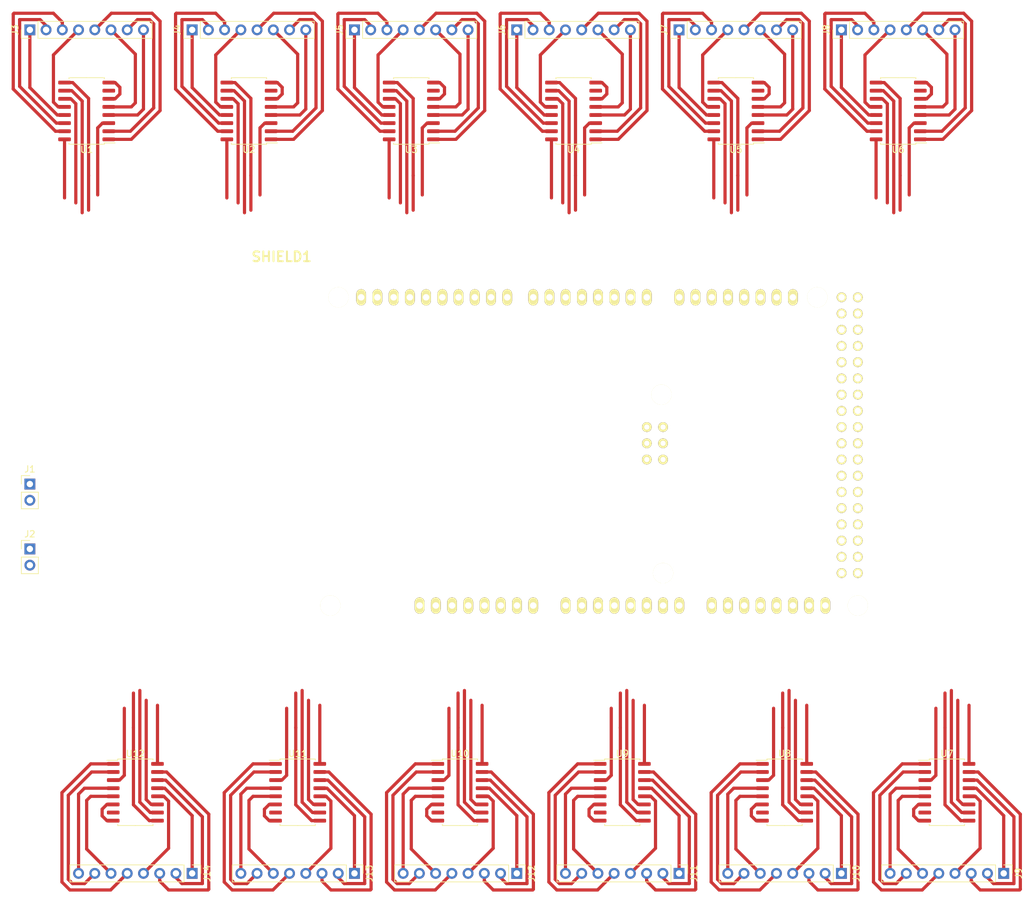
<source format=kicad_pcb>
(kicad_pcb (version 20211014) (generator pcbnew)
  (layers (0 "F.Cu" signal) (31 "B.Cu" signal) (34 "B.Paste" user) (35 "F.Paste" user) (36 "B.SilkS" user "B.Silkscreen") (37 "F.SilkS" user "F.Silkscreen") (38 "B.Mask" user) (39 "F.Mask" user) (44 "Edge.Cuts" user))
  (net 0 "")
  (net 1 "GND")
  (net 2 "+3V3")
  (net 3 "VEE")
  (net 4 "Net-(J3-Pad1)")
  (net 5 "Net-(J3-Pad2)")
  (net 6 "Net-(J3-Pad3)")
  (net 7 "Net-(J3-Pad4)")
  (net 8 "Net-(J3-Pad5)")
  (net 9 "Net-(J3-Pad6)")
  (net 10 "Net-(J3-Pad7)")
  (net 11 "Net-(J3-Pad8)")
  (net 12 "Net-(J4-Pad1)")
  (net 13 "Net-(J4-Pad2)")
  (net 14 "Net-(J4-Pad3)")
  (net 15 "Net-(J4-Pad4)")
  (net 16 "Net-(J4-Pad5)")
  (net 17 "Net-(J4-Pad6)")
  (net 18 "Net-(J4-Pad7)")
  (net 19 "Net-(J4-Pad8)")
  (net 20 "Net-(J5-Pad1)")
  (net 21 "Net-(J5-Pad2)")
  (net 22 "Net-(J5-Pad3)")
  (net 23 "Net-(J5-Pad4)")
  (net 24 "Net-(J5-Pad5)")
  (net 25 "Net-(J5-Pad6)")
  (net 26 "Net-(J5-Pad7)")
  (net 27 "Net-(J5-Pad8)")
  (net 28 "Net-(J6-Pad1)")
  (net 29 "Net-(J6-Pad2)")
  (net 30 "Net-(J6-Pad3)")
  (net 31 "Net-(J6-Pad4)")
  (net 32 "Net-(J6-Pad5)")
  (net 33 "Net-(J6-Pad6)")
  (net 34 "Net-(J6-Pad7)")
  (net 35 "Net-(J6-Pad8)")
  (net 36 "Net-(J7-Pad1)")
  (net 37 "Net-(J7-Pad2)")
  (net 38 "Net-(J7-Pad3)")
  (net 39 "Net-(J7-Pad4)")
  (net 40 "Net-(J7-Pad5)")
  (net 41 "Net-(J7-Pad6)")
  (net 42 "Net-(J7-Pad7)")
  (net 43 "Net-(J7-Pad8)")
  (net 44 "Net-(J8-Pad1)")
  (net 45 "Net-(J8-Pad2)")
  (net 46 "Net-(J8-Pad3)")
  (net 47 "Net-(J8-Pad4)")
  (net 48 "Net-(J8-Pad5)")
  (net 49 "Net-(J8-Pad6)")
  (net 50 "Net-(J8-Pad7)")
  (net 51 "Net-(J8-Pad8)")
  (net 52 "Net-(J9-Pad1)")
  (net 53 "Net-(J9-Pad2)")
  (net 54 "Net-(J9-Pad3)")
  (net 55 "Net-(J9-Pad4)")
  (net 56 "Net-(J9-Pad5)")
  (net 57 "Net-(J9-Pad6)")
  (net 58 "Net-(J9-Pad7)")
  (net 59 "Net-(J9-Pad8)")
  (net 60 "Net-(J10-Pad1)")
  (net 61 "Net-(J10-Pad2)")
  (net 62 "Net-(J10-Pad3)")
  (net 63 "Net-(J10-Pad4)")
  (net 64 "Net-(J10-Pad5)")
  (net 65 "Net-(J10-Pad6)")
  (net 66 "Net-(J10-Pad7)")
  (net 67 "Net-(J10-Pad8)")
  (net 68 "Net-(J11-Pad1)")
  (net 69 "Net-(J11-Pad2)")
  (net 70 "Net-(J11-Pad3)")
  (net 71 "Net-(J11-Pad4)")
  (net 72 "Net-(J11-Pad5)")
  (net 73 "Net-(J11-Pad6)")
  (net 74 "Net-(J11-Pad7)")
  (net 75 "Net-(J11-Pad8)")
  (net 76 "Net-(J12-Pad1)")
  (net 77 "Net-(J12-Pad2)")
  (net 78 "Net-(J12-Pad3)")
  (net 79 "Net-(J12-Pad4)")
  (net 80 "Net-(J12-Pad5)")
  (net 81 "Net-(J12-Pad6)")
  (net 82 "Net-(J12-Pad7)")
  (net 83 "Net-(J12-Pad8)")
  (net 84 "Net-(J13-Pad1)")
  (net 85 "Net-(J13-Pad2)")
  (net 86 "Net-(J13-Pad3)")
  (net 87 "Net-(J13-Pad4)")
  (net 88 "Net-(J13-Pad5)")
  (net 89 "Net-(J13-Pad6)")
  (net 90 "Net-(J13-Pad7)")
  (net 91 "Net-(J13-Pad8)")
  (net 92 "Net-(J14-Pad1)")
  (net 93 "Net-(J14-Pad2)")
  (net 94 "Net-(J14-Pad3)")
  (net 95 "Net-(J14-Pad4)")
  (net 96 "Net-(J14-Pad5)")
  (net 97 "Net-(J14-Pad6)")
  (net 98 "Net-(J14-Pad7)")
  (net 99 "Net-(J14-Pad8)")
  (net 112 "/A8")
  (net 113 "/A7")
  (net 114 "/A6")
  (net 115 "/A9")
  (net 116 "/A10")
  (net 117 "/A11")
  (net 118 "/A5")
  (net 119 "/A4")
  (net 120 "/A3")
  (net 121 "/A0")
  (net 122 "/A1")
  (net 123 "/A2")
  (net 143 "VCC")
  (net 189 "/Multiplex1/S2")
  (net 190 "/Multiplex1/S1")
  (net 191 "/Multiplex1/S0")
  (net 192 "/Multiplex2/S2")
  (net 193 "/Multiplex2/S1")
  (net 194 "/Multiplex2/S0")
  (net 195 "/Multiplex3/S2")
  (net 196 "/Multiplex3/S1")
  (net 197 "/Multiplex3/S0")
  (net 198 "/Multiplex4/S2")
  (net 199 "/Multiplex4/S1")
  (net 200 "/Multiplex4/S0")
  (net 201 "/Multiplex5/S2")
  (net 202 "/Multiplex5/S1")
  (net 203 "/Multiplex5/S0")
  (net 204 "/Multiplex6/S2")
  (net 205 "/Multiplex6/S1")
  (net 206 "/Multiplex6/S0")
  (net 207 "/Multiplex7/S2")
  (net 208 "/Multiplex7/S1")
  (net 209 "/Multiplex7/S0")
  (net 210 "/Multiplex8/S2")
  (net 211 "/Multiplex8/S1")
  (net 212 "/Multiplex8/S0")
  (net 213 "/Multiplex9/S2")
  (net 214 "/Multiplex9/S1")
  (net 215 "/Multiplex9/S0")
  (net 216 "/Multiplex10/S2")
  (net 217 "/Multiplex10/S1")
  (net 218 "/Multiplex10/S0")
  (net 219 "/Multiplex11/S2")
  (net 220 "/Multiplex11/S1")
  (net 221 "/Multiplex11/S0")
  (net 222 "/Multiplex12/S2")
  (net 223 "/Multiplex12/S1")
  (net 224 "/Multiplex12/S0")
  (footprint "Connector_PinHeader_2.54mm:PinHeader_1x08_P2.54mm_Vertical" (layer "F.Cu") (at 91.44 162.56 -90)
    (fp_text reference "J14")
    (fp_text value "Conn_01x08")
  )
  (footprint "Package_SO:SO-16_5.3x10.2mm_P1.27mm" (layer "F.Cu") (at 74.93 43.18 180)
    (fp_text reference "U1")
    (fp_text value "74HC4051")
  )
  (footprint "Connector_PinHeader_2.54mm:PinHeader_1x08_P2.54mm_Vertical" (layer "F.Cu") (at 116.84 30.48 90)
    (fp_text reference "J5")
    (fp_text value "Conn_01x08")
  )
  (footprint "Package_SO:SO-16_5.3x10.2mm_P1.27mm" (layer "F.Cu") (at 184.15 149.86)
    (fp_text reference "U8")
    (fp_text value "74HC4051")
  )
  (footprint "Connector_PinHeader_2.54mm:PinHeader_1x08_P2.54mm_Vertical" (layer "F.Cu") (at 66.04 30.48 90)
    (fp_text reference "J3")
    (fp_text value "Conn_01x08")
  )
  (footprint "Package_SO:SO-16_5.3x10.2mm_P1.27mm" (layer "F.Cu") (at 201.93 43.18 180)
    (fp_text reference "U6")
    (fp_text value "74HC4051")
  )
  (footprint "Package_SO:SO-16_5.3x10.2mm_P1.27mm" (layer "F.Cu") (at 209.55 149.86)
    (fp_text reference "U7")
    (fp_text value "74HC4051")
  )
  (footprint "Package_SO:SO-16_5.3x10.2mm_P1.27mm" (layer "F.Cu") (at 176.53 43.18 180)
    (fp_text reference "U5")
    (fp_text value "74HC4051")
  )
  (footprint "Connector_PinHeader_2.54mm:PinHeader_1x02_P2.54mm_Vertical" (layer "F.Cu") (at 66.04 111.76)
    (fp_text reference "J2")
    (fp_text value "Conn_01x02")
  )
  (footprint "Package_SO:SO-16_5.3x10.2mm_P1.27mm" (layer "F.Cu") (at 158.75 149.86)
    (fp_text reference "U9")
    (fp_text value "74HC4051")
  )
  (footprint "Package_SO:SO-16_5.3x10.2mm_P1.27mm" (layer "F.Cu") (at 107.95 149.86)
    (fp_text reference "U11")
    (fp_text value "74HC4051")
  )
  (footprint "Connector_PinHeader_2.54mm:PinHeader_1x08_P2.54mm_Vertical" (layer "F.Cu") (at 116.84 162.56 -90)
    (fp_text reference "J13")
    (fp_text value "Conn_01x08")
  )
  (footprint "Package_SO:SO-16_5.3x10.2mm_P1.27mm" (layer "F.Cu") (at 151.13 43.18 180)
    (fp_text reference "U4")
    (fp_text value "74HC4051")
  )
  (footprint "Connector_PinHeader_2.54mm:PinHeader_1x08_P2.54mm_Vertical" (layer "F.Cu") (at 218.44 162.56 -90)
    (fp_text reference "J9")
    (fp_text value "Conn_01x08")
  )
  (footprint "Connector_PinHeader_2.54mm:PinHeader_1x02_P2.54mm_Vertical" (layer "F.Cu") (at 66.04 101.6)
    (fp_text reference "J1")
    (fp_text value "Conn_01x02")
  )
  (footprint "Connector_PinHeader_2.54mm:PinHeader_1x08_P2.54mm_Vertical" (layer "F.Cu") (at 142.24 30.48 90)
    (fp_text reference "J6")
    (fp_text value "Conn_01x08")
  )
  (footprint "Connector_PinHeader_2.54mm:PinHeader_1x08_P2.54mm_Vertical" (layer "F.Cu") (at 142.24 162.56 -90)
    (fp_text reference "J12")
    (fp_text value "Conn_01x08")
  )
  (footprint "Connector_PinHeader_2.54mm:PinHeader_1x08_P2.54mm_Vertical" (layer "F.Cu") (at 193.04 30.48 90)
    (fp_text reference "J8")
    (fp_text value "Conn_01x08")
  )
  (footprint "Package_SO:SO-16_5.3x10.2mm_P1.27mm" (layer "F.Cu") (at 82.55 149.86)
    (fp_text reference "U12")
    (fp_text value "74HC4051")
  )
  (footprint "Package_SO:SO-16_5.3x10.2mm_P1.27mm" (layer "F.Cu") (at 133.35 149.86)
    (fp_text reference "U10")
    (fp_text value "74HC4051")
  )
  (footprint "Connector_PinHeader_2.54mm:PinHeader_1x08_P2.54mm_Vertical" (layer "F.Cu") (at 91.44 30.48 90)
    (fp_text reference "J4")
    (fp_text value "Conn_01x08")
  )
  (footprint "Connector_PinHeader_2.54mm:PinHeader_1x08_P2.54mm_Vertical" (layer "F.Cu") (at 193.04 162.56 -90)
    (fp_text reference "J10")
    (fp_text value "Conn_01x08")
  )
  (footprint "freetronics_footprints:ARDUINO_DUE_SHIELD" (layer "F.Cu") (at 99.08975 123.16025)
    (fp_text reference "SHIELD1")
    (fp_text value "ARDUINO_DUE_SHIELD" hide)
  )
  (footprint "Connector_PinHeader_2.54mm:PinHeader_1x08_P2.54mm_Vertical" (layer "F.Cu") (at 167.64 30.48 90)
    (fp_text reference "J7")
    (fp_text value "Conn_01x08")
  )
  (footprint "Package_SO:SO-16_5.3x10.2mm_P1.27mm" (layer "F.Cu") (at 125.73 43.18 180)
    (fp_text reference "U3")
    (fp_text value "74HC4051")
  )
  (footprint "Connector_PinHeader_2.54mm:PinHeader_1x08_P2.54mm_Vertical" (layer "F.Cu") (at 167.64 162.56 -90)
    (fp_text reference "J11")
    (fp_text value "Conn_01x08")
  )
  (footprint "Package_SO:SO-16_5.3x10.2mm_P1.27mm" (layer "F.Cu") (at 100.33 43.18 180)
    (fp_text reference "U2")
    (fp_text value "74HC4051")
  )
  (segment (start 153.55048 153.557593) (end 153.55048 152.512407) (width 0.5) (layer "F.Cu") (net 1))
  (segment (start 178.95048 153.557593) (end 178.95048 152.512407) (width 0.5) (layer "F.Cu") (net 1))
  (segment (start 204.35048 153.557593) (end 204.35048 152.512407) (width 0.5) (layer "F.Cu") (net 1))
  (segment (start 207.12952 39.482407) (end 207.12952 40.527593) (width 0.5) (layer "F.Cu") (net 1))
  (segment (start 80.12952 39.482407) (end 80.12952 40.527593) (width 0.5) (layer "F.Cu") (net 1))
  (segment (start 181.72952 39.482407) (end 181.72952 40.527593) (width 0.5) (layer "F.Cu") (net 1))
  (segment (start 156.32952 39.482407) (end 156.32952 40.527593) (width 0.5) (layer "F.Cu") (net 1))
  (segment (start 130.92952 39.482407) (end 130.92952 40.527593) (width 0.5) (layer "F.Cu") (net 1))
  (segment (start 102.75048 153.557593) (end 102.75048 152.512407) (width 0.5) (layer "F.Cu") (net 1))
  (segment (start 128.15048 153.557593) (end 128.15048 152.512407) (width 0.5) (layer "F.Cu") (net 1))
  (segment (start 77.35048 153.557593) (end 77.35048 152.512407) (width 0.5) (layer "F.Cu") (net 1))
  (segment (start 105.52952 39.482407) (end 105.52952 40.527593) (width 0.5) (layer "F.Cu") (net 1))
  (segment (start 155.2875 154.305) (end 154.297887 154.305) (width 0.5) (layer "F.Cu") (net 1))
  (segment (start 180.6875 154.305) (end 179.697887 154.305) (width 0.5) (layer "F.Cu") (net 1))
  (segment (start 206.0875 154.305) (end 205.097887 154.305) (width 0.5) (layer "F.Cu") (net 1))
  (segment (start 205.3925 38.735) (end 206.382113 38.735) (width 0.5) (layer "F.Cu") (net 1))
  (segment (start 78.3925 38.735) (end 79.382113 38.735) (width 0.5) (layer "F.Cu") (net 1))
  (segment (start 179.9925 38.735) (end 180.982113 38.735) (width 0.5) (layer "F.Cu") (net 1))
  (segment (start 154.5925 38.735) (end 155.582113 38.735) (width 0.5) (layer "F.Cu") (net 1))
  (segment (start 129.1925 38.735) (end 130.182113 38.735) (width 0.5) (layer "F.Cu") (net 1))
  (segment (start 104.4875 154.305) (end 103.497887 154.305) (width 0.5) (layer "F.Cu") (net 1))
  (segment (start 129.8875 154.305) (end 128.897887 154.305) (width 0.5) (layer "F.Cu") (net 1))
  (segment (start 79.0875 154.305) (end 78.097887 154.305) (width 0.5) (layer "F.Cu") (net 1))
  (segment (start 103.7925 38.735) (end 104.782113 38.735) (width 0.5) (layer "F.Cu") (net 1))
  (segment (start 154.297887 151.765) (end 155.2875 151.765) (width 0.5) (layer "F.Cu") (net 1))
  (segment (start 179.697887 151.765) (end 180.6875 151.765) (width 0.5) (layer "F.Cu") (net 1))
  (segment (start 205.097887 151.765) (end 206.0875 151.765) (width 0.5) (layer "F.Cu") (net 1))
  (segment (start 206.382113 41.275) (end 205.3925 41.275) (width 0.5) (layer "F.Cu") (net 1))
  (segment (start 79.382113 41.275) (end 78.3925 41.275) (width 0.5) (layer "F.Cu") (net 1))
  (segment (start 180.982113 41.275) (end 179.9925 41.275) (width 0.5) (layer "F.Cu") (net 1))
  (segment (start 155.582113 41.275) (end 154.5925 41.275) (width 0.5) (layer "F.Cu") (net 1))
  (segment (start 130.182113 41.275) (end 129.1925 41.275) (width 0.5) (layer "F.Cu") (net 1))
  (segment (start 103.497887 151.765) (end 104.4875 151.765) (width 0.5) (layer "F.Cu") (net 1))
  (segment (start 128.897887 151.765) (end 129.8875 151.765) (width 0.5) (layer "F.Cu") (net 1))
  (segment (start 78.097887 151.765) (end 79.0875 151.765) (width 0.5) (layer "F.Cu") (net 1))
  (segment (start 104.782113 41.275) (end 103.7925 41.275) (width 0.5) (layer "F.Cu") (net 1))
  (segment (start 154.297887 154.305) (end 153.55048 153.557593) (width 0.5) (layer "F.Cu") (net 1))
  (segment (start 179.697887 154.305) (end 178.95048 153.557593) (width 0.5) (layer "F.Cu") (net 1))
  (segment (start 205.097887 154.305) (end 204.35048 153.557593) (width 0.5) (layer "F.Cu") (net 1))
  (segment (start 206.382113 38.735) (end 207.12952 39.482407) (width 0.5) (layer "F.Cu") (net 1))
  (segment (start 79.382113 38.735) (end 80.12952 39.482407) (width 0.5) (layer "F.Cu") (net 1))
  (segment (start 180.982113 38.735) (end 181.72952 39.482407) (width 0.5) (layer "F.Cu") (net 1))
  (segment (start 155.582113 38.735) (end 156.32952 39.482407) (width 0.5) (layer "F.Cu") (net 1))
  (segment (start 130.182113 38.735) (end 130.92952 39.482407) (width 0.5) (layer "F.Cu") (net 1))
  (segment (start 103.497887 154.305) (end 102.75048 153.557593) (width 0.5) (layer "F.Cu") (net 1))
  (segment (start 128.897887 154.305) (end 128.15048 153.557593) (width 0.5) (layer "F.Cu") (net 1))
  (segment (start 78.097887 154.305) (end 77.35048 153.557593) (width 0.5) (layer "F.Cu") (net 1))
  (segment (start 104.782113 38.735) (end 105.52952 39.482407) (width 0.5) (layer "F.Cu") (net 1))
  (segment (start 153.55048 152.512407) (end 154.297887 151.765) (width 0.5) (layer "F.Cu") (net 1))
  (segment (start 178.95048 152.512407) (end 179.697887 151.765) (width 0.5) (layer "F.Cu") (net 1))
  (segment (start 204.35048 152.512407) (end 205.097887 151.765) (width 0.5) (layer "F.Cu") (net 1))
  (segment (start 207.12952 40.527593) (end 206.382113 41.275) (width 0.5) (layer "F.Cu") (net 1))
  (segment (start 80.12952 40.527593) (end 79.382113 41.275) (width 0.5) (layer "F.Cu") (net 1))
  (segment (start 181.72952 40.527593) (end 180.982113 41.275) (width 0.5) (layer "F.Cu") (net 1))
  (segment (start 156.32952 40.527593) (end 155.582113 41.275) (width 0.5) (layer "F.Cu") (net 1))
  (segment (start 130.92952 40.527593) (end 130.182113 41.275) (width 0.5) (layer "F.Cu") (net 1))
  (segment (start 102.75048 152.512407) (end 103.497887 151.765) (width 0.5) (layer "F.Cu") (net 1))
  (segment (start 128.15048 152.512407) (end 128.897887 151.765) (width 0.5) (layer "F.Cu") (net 1))
  (segment (start 77.35048 152.512407) (end 78.097887 151.765) (width 0.5) (layer "F.Cu") (net 1))
  (segment (start 105.52952 40.527593) (end 104.782113 41.275) (width 0.5) (layer "F.Cu") (net 1))
  (segment (start 71.4675 43.815) (end 70.334353 43.815) (width 0.5) (layer "F.Cu") (net 4))
  (segment (start 66.04 39.520647) (end 66.04 30.48) (width 0.5) (layer "F.Cu") (net 4))
  (segment (start 70.334353 43.815) (end 66.04 39.520647) (width 0.5) (layer "F.Cu") (net 4))
  (segment (start 68.58 29.820978) (end 68.58 30.48) (width 0.5) (layer "F.Cu") (net 5))
  (segment (start 64.440489 39.33467) (end 64.440489 28.880489) (width 0.5) (layer "F.Cu") (net 5))
  (segment (start 64.440489 28.880489) (end 67.639511 28.880489) (width 0.5) (layer "F.Cu") (net 5))
  (segment (start 67.639511 28.880489) (end 68.58 29.820978) (width 0.5) (layer "F.Cu") (net 5))
  (segment (start 70.190819 45.085) (end 64.440489 39.33467) (width 0.5) (layer "F.Cu") (net 5))
  (segment (start 71.4675 45.085) (end 70.190819 45.085) (width 0.5) (layer "F.Cu") (net 5))
  (segment (start 63.440969 27.999031) (end 63.559031 27.880969) (width 0.5) (layer "F.Cu") (net 6))
  (segment (start 71.4675 46.355) (end 70.047285 46.355) (width 0.5) (layer "F.Cu") (net 6))
  (segment (start 69.723051 27.88097) (end 71.12 29.277919) (width 0.5) (layer "F.Cu") (net 6))
  (segment (start 63.559031 27.880969) (end 69.723051 27.88097) (width 0.5) (layer "F.Cu") (net 6))
  (segment (start 71.12 29.277919) (end 71.12 30.48) (width 0.5) (layer "F.Cu") (net 6))
  (segment (start 63.440969 39.748684) (end 63.440969 27.999031) (width 0.5) (layer "F.Cu") (net 6))
  (segment (start 70.047285 46.355) (end 63.440969 39.748684) (width 0.5) (layer "F.Cu") (net 6))
  (segment (start 70.477887 42.545) (end 71.4675 42.545) (width 0.5) (layer "F.Cu") (net 7))
  (segment (start 69.73048 34.40952) (end 69.73048 41.797593) (width 0.5) (layer "F.Cu") (net 7))
  (segment (start 69.73048 41.797593) (end 70.477887 42.545) (width 0.5) (layer "F.Cu") (net 7))
  (segment (start 73.66 30.48) (end 69.73048 34.40952) (width 0.5) (layer "F.Cu") (net 7))
  (segment (start 78.79903 27.88097) (end 85.174504 27.88097) (width 0.5) (layer "F.Cu") (net 8))
  (segment (start 86.419031 43.120969) (end 81.915 47.625) (width 0.5) (layer "F.Cu") (net 8))
  (segment (start 81.915 47.625) (end 78.3925 47.625) (width 0.5) (layer "F.Cu") (net 8))
  (segment (start 76.2 30.48) (end 78.79903 27.88097) (width 0.5) (layer "F.Cu") (net 8))
  (segment (start 85.174504 27.88097) (end 86.419031 29.125497) (width 0.5) (layer "F.Cu") (net 8))
  (segment (start 86.419031 29.125497) (end 86.419031 43.120969) (width 0.5) (layer "F.Cu") (net 8))
  (segment (start 81.915 42.545) (end 78.3925 42.545) (width 0.5) (layer "F.Cu") (net 9))
  (segment (start 82.55 34.29) (end 82.55 41.91) (width 0.5) (layer "F.Cu") (net 9))
  (segment (start 82.55 41.91) (end 81.915 42.545) (width 0.5) (layer "F.Cu") (net 9))
  (segment (start 78.74 30.48) (end 82.55 34.29) (width 0.5) (layer "F.Cu") (net 9))
  (segment (start 85.419511 42.706955) (end 81.771466 46.355) (width 0.5) (layer "F.Cu") (net 10))
  (segment (start 85.419511 29.539511) (end 85.419511 42.706955) (width 0.5) (layer "F.Cu") (net 10))
  (segment (start 84.760489 28.880489) (end 85.419511 29.539511) (width 0.5) (layer "F.Cu") (net 10))
  (segment (start 81.28 30.48) (end 82.879511 28.880489) (width 0.5) (layer "F.Cu") (net 10))
  (segment (start 81.771466 46.355) (end 78.3925 46.355) (width 0.5) (layer "F.Cu") (net 10))
  (segment (start 82.879511 28.880489) (end 84.760489 28.880489) (width 0.5) (layer "F.Cu") (net 10))
  (segment (start 83.82 30.48) (end 83.82 42.892932) (width 0.5) (layer "F.Cu") (net 11))
  (segment (start 82.897932 43.815) (end 78.3925 43.815) (width 0.5) (layer "F.Cu") (net 11))
  (segment (start 83.82 42.892932) (end 82.897932 43.815) (width 0.5) (layer "F.Cu") (net 11))
  (segment (start 96.8675 43.815) (end 95.734353 43.815) (width 0.5) (layer "F.Cu") (net 12))
  (segment (start 91.44 39.520647) (end 91.44 30.48) (width 0.5) (layer "F.Cu") (net 12))
  (segment (start 95.734353 43.815) (end 91.44 39.520647) (width 0.5) (layer "F.Cu") (net 12))
  (segment (start 93.98 29.820978) (end 93.98 30.48) (width 0.5) (layer "F.Cu") (net 13))
  (segment (start 89.840489 39.33467) (end 89.840489 28.880489) (width 0.5) (layer "F.Cu") (net 13))
  (segment (start 89.840489 28.880489) (end 93.039511 28.880489) (width 0.5) (layer "F.Cu") (net 13))
  (segment (start 93.039511 28.880489) (end 93.98 29.820978) (width 0.5) (layer "F.Cu") (net 13))
  (segment (start 95.590819 45.085) (end 89.840489 39.33467) (width 0.5) (layer "F.Cu") (net 13))
  (segment (start 96.8675 45.085) (end 95.590819 45.085) (width 0.5) (layer "F.Cu") (net 13))
  (segment (start 88.840969 27.999031) (end 88.959031 27.880969) (width 0.5) (layer "F.Cu") (net 14))
  (segment (start 96.8675 46.355) (end 95.447285 46.355) (width 0.5) (layer "F.Cu") (net 14))
  (segment (start 95.123051 27.88097) (end 96.52 29.277919) (width 0.5) (layer "F.Cu") (net 14))
  (segment (start 88.959031 27.880969) (end 95.123051 27.88097) (width 0.5) (layer "F.Cu") (net 14))
  (segment (start 96.52 29.277919) (end 96.52 30.48) (width 0.5) (layer "F.Cu") (net 14))
  (segment (start 88.840969 39.748684) (end 88.840969 27.999031) (width 0.5) (layer "F.Cu") (net 14))
  (segment (start 95.447285 46.355) (end 88.840969 39.748684) (width 0.5) (layer "F.Cu") (net 14))
  (segment (start 95.877887 42.545) (end 96.8675 42.545) (width 0.5) (layer "F.Cu") (net 15))
  (segment (start 95.13048 34.40952) (end 95.13048 41.797593) (width 0.5) (layer "F.Cu") (net 15))
  (segment (start 95.13048 41.797593) (end 95.877887 42.545) (width 0.5) (layer "F.Cu") (net 15))
  (segment (start 99.06 30.48) (end 95.13048 34.40952) (width 0.5) (layer "F.Cu") (net 15))
  (segment (start 104.19903 27.88097) (end 110.574504 27.88097) (width 0.5) (layer "F.Cu") (net 16))
  (segment (start 111.819031 43.120969) (end 107.315 47.625) (width 0.5) (layer "F.Cu") (net 16))
  (segment (start 107.315 47.625) (end 103.7925 47.625) (width 0.5) (layer "F.Cu") (net 16))
  (segment (start 101.6 30.48) (end 104.19903 27.88097) (width 0.5) (layer "F.Cu") (net 16))
  (segment (start 110.574504 27.88097) (end 111.819031 29.125497) (width 0.5) (layer "F.Cu") (net 16))
  (segment (start 111.819031 29.125497) (end 111.819031 43.120969) (width 0.5) (layer "F.Cu") (net 16))
  (segment (start 107.315 42.545) (end 103.7925 42.545) (width 0.5) (layer "F.Cu") (net 17))
  (segment (start 107.95 34.29) (end 107.95 41.91) (width 0.5) (layer "F.Cu") (net 17))
  (segment (start 107.95 41.91) (end 107.315 42.545) (width 0.5) (layer "F.Cu") (net 17))
  (segment (start 104.14 30.48) (end 107.95 34.29) (width 0.5) (layer "F.Cu") (net 17))
  (segment (start 110.819511 42.706955) (end 107.171466 46.355) (width 0.5) (layer "F.Cu") (net 18))
  (segment (start 110.819511 29.539511) (end 110.819511 42.706955) (width 0.5) (layer "F.Cu") (net 18))
  (segment (start 110.160489 28.880489) (end 110.819511 29.539511) (width 0.5) (layer "F.Cu") (net 18))
  (segment (start 106.68 30.48) (end 108.279511 28.880489) (width 0.5) (layer "F.Cu") (net 18))
  (segment (start 107.171466 46.355) (end 103.7925 46.355) (width 0.5) (layer "F.Cu") (net 18))
  (segment (start 108.279511 28.880489) (end 110.160489 28.880489) (width 0.5) (layer "F.Cu") (net 18))
  (segment (start 109.22 30.48) (end 109.22 42.892932) (width 0.5) (layer "F.Cu") (net 19))
  (segment (start 108.297932 43.815) (end 103.7925 43.815) (width 0.5) (layer "F.Cu") (net 19))
  (segment (start 109.22 42.892932) (end 108.297932 43.815) (width 0.5) (layer "F.Cu") (net 19))
  (segment (start 122.2675 43.815) (end 121.134353 43.815) (width 0.5) (layer "F.Cu") (net 20))
  (segment (start 116.84 39.520647) (end 116.84 30.48) (width 0.5) (layer "F.Cu") (net 20))
  (segment (start 121.134353 43.815) (end 116.84 39.520647) (width 0.5) (layer "F.Cu") (net 20))
  (segment (start 119.38 29.820978) (end 119.38 30.48) (width 0.5) (layer "F.Cu") (net 21))
  (segment (start 115.240489 39.33467) (end 115.240489 28.880489) (width 0.5) (layer "F.Cu") (net 21))
  (segment (start 115.240489 28.880489) (end 118.439511 28.880489) (width 0.5) (layer "F.Cu") (net 21))
  (segment (start 118.439511 28.880489) (end 119.38 29.820978) (width 0.5) (layer "F.Cu") (net 21))
  (segment (start 120.990819 45.085) (end 115.240489 39.33467) (width 0.5) (layer "F.Cu") (net 21))
  (segment (start 122.2675 45.085) (end 120.990819 45.085) (width 0.5) (layer "F.Cu") (net 21))
  (segment (start 114.240969 27.999031) (end 114.359031 27.880969) (width 0.5) (layer "F.Cu") (net 22))
  (segment (start 122.2675 46.355) (end 120.847285 46.355) (width 0.5) (layer "F.Cu") (net 22))
  (segment (start 120.523051 27.88097) (end 121.92 29.277919) (width 0.5) (layer "F.Cu") (net 22))
  (segment (start 114.359031 27.880969) (end 120.523051 27.88097) (width 0.5) (layer "F.Cu") (net 22))
  (segment (start 121.92 29.277919) (end 121.92 30.48) (width 0.5) (layer "F.Cu") (net 22))
  (segment (start 114.240969 39.748684) (end 114.240969 27.999031) (width 0.5) (layer "F.Cu") (net 22))
  (segment (start 120.847285 46.355) (end 114.240969 39.748684) (width 0.5) (layer "F.Cu") (net 22))
  (segment (start 121.277887 42.545) (end 122.2675 42.545) (width 0.5) (layer "F.Cu") (net 23))
  (segment (start 120.53048 34.40952) (end 120.53048 41.797593) (width 0.5) (layer "F.Cu") (net 23))
  (segment (start 120.53048 41.797593) (end 121.277887 42.545) (width 0.5) (layer "F.Cu") (net 23))
  (segment (start 124.46 30.48) (end 120.53048 34.40952) (width 0.5) (layer "F.Cu") (net 23))
  (segment (start 129.59903 27.88097) (end 135.974504 27.88097) (width 0.5) (layer "F.Cu") (net 24))
  (segment (start 137.219031 43.120969) (end 132.715 47.625) (width 0.5) (layer "F.Cu") (net 24))
  (segment (start 132.715 47.625) (end 129.1925 47.625) (width 0.5) (layer "F.Cu") (net 24))
  (segment (start 127 30.48) (end 129.59903 27.88097) (width 0.5) (layer "F.Cu") (net 24))
  (segment (start 135.974504 27.88097) (end 137.219031 29.125497) (width 0.5) (layer "F.Cu") (net 24))
  (segment (start 137.219031 29.125497) (end 137.219031 43.120969) (width 0.5) (layer "F.Cu") (net 24))
  (segment (start 132.715 42.545) (end 129.1925 42.545) (width 0.5) (layer "F.Cu") (net 25))
  (segment (start 133.35 34.29) (end 133.35 41.91) (width 0.5) (layer "F.Cu") (net 25))
  (segment (start 133.35 41.91) (end 132.715 42.545) (width 0.5) (layer "F.Cu") (net 25))
  (segment (start 129.54 30.48) (end 133.35 34.29) (width 0.5) (layer "F.Cu") (net 25))
  (segment (start 136.219511 42.706955) (end 132.571466 46.355) (width 0.5) (layer "F.Cu") (net 26))
  (segment (start 136.219511 29.539511) (end 136.219511 42.706955) (width 0.5) (layer "F.Cu") (net 26))
  (segment (start 135.560489 28.880489) (end 136.219511 29.539511) (width 0.5) (layer "F.Cu") (net 26))
  (segment (start 132.08 30.48) (end 133.679511 28.880489) (width 0.5) (layer "F.Cu") (net 26))
  (segment (start 132.571466 46.355) (end 129.1925 46.355) (width 0.5) (layer "F.Cu") (net 26))
  (segment (start 133.679511 28.880489) (end 135.560489 28.880489) (width 0.5) (layer "F.Cu") (net 26))
  (segment (start 134.62 30.48) (end 134.62 42.892932) (width 0.5) (layer "F.Cu") (net 27))
  (segment (start 133.697932 43.815) (end 129.1925 43.815) (width 0.5) (layer "F.Cu") (net 27))
  (segment (start 134.62 42.892932) (end 133.697932 43.815) (width 0.5) (layer "F.Cu") (net 27))
  (segment (start 147.6675 43.815) (end 146.534353 43.815) (width 0.5) (layer "F.Cu") (net 28))
  (segment (start 142.24 39.520647) (end 142.24 30.48) (width 0.5) (layer "F.Cu") (net 28))
  (segment (start 146.534353 43.815) (end 142.24 39.520647) (width 0.5) (layer "F.Cu") (net 28))
  (segment (start 144.78 29.820978) (end 144.78 30.48) (width 0.5) (layer "F.Cu") (net 29))
  (segment (start 140.640489 39.33467) (end 140.640489 28.880489) (width 0.5) (layer "F.Cu") (net 29))
  (segment (start 140.640489 28.880489) (end 143.839511 28.880489) (width 0.5) (layer "F.Cu") (net 29))
  (segment (start 143.839511 28.880489) (end 144.78 29.820978) (width 0.5) (layer "F.Cu") (net 29))
  (segment (start 146.390819 45.085) (end 140.640489 39.33467) (width 0.5) (layer "F.Cu") (net 29))
  (segment (start 147.6675 45.085) (end 146.390819 45.085) (width 0.5) (layer "F.Cu") (net 29))
  (segment (start 139.640969 27.999031) (end 139.759031 27.880969) (width 0.5) (layer "F.Cu") (net 30))
  (segment (start 147.6675 46.355) (end 146.247285 46.355) (width 0.5) (layer "F.Cu") (net 30))
  (segment (start 145.923051 27.88097) (end 147.32 29.277919) (width 0.5) (layer "F.Cu") (net 30))
  (segment (start 139.759031 27.880969) (end 145.923051 27.88097) (width 0.5) (layer "F.Cu") (net 30))
  (segment (start 147.32 29.277919) (end 147.32 30.48) (width 0.5) (layer "F.Cu") (net 30))
  (segment (start 139.640969 39.748684) (end 139.640969 27.999031) (width 0.5) (layer "F.Cu") (net 30))
  (segment (start 146.247285 46.355) (end 139.640969 39.748684) (width 0.5) (layer "F.Cu") (net 30))
  (segment (start 146.677887 42.545) (end 147.6675 42.545) (width 0.5) (layer "F.Cu") (net 31))
  (segment (start 145.93048 34.40952) (end 145.93048 41.797593) (width 0.5) (layer "F.Cu") (net 31))
  (segment (start 145.93048 41.797593) (end 146.677887 42.545) (width 0.5) (layer "F.Cu") (net 31))
  (segment (start 149.86 30.48) (end 145.93048 34.40952) (width 0.5) (layer "F.Cu") (net 31))
  (segment (start 154.99903 27.88097) (end 161.374504 27.88097) (width 0.5) (layer "F.Cu") (net 32))
  (segment (start 162.619031 43.120969) (end 158.115 47.625) (width 0.5) (layer "F.Cu") (net 32))
  (segment (start 158.115 47.625) (end 154.5925 47.625) (width 0.5) (layer "F.Cu") (net 32))
  (segment (start 152.4 30.48) (end 154.99903 27.88097) (width 0.5) (layer "F.Cu") (net 32))
  (segment (start 161.374504 27.88097) (end 162.619031 29.125497) (width 0.5) (layer "F.Cu") (net 32))
  (segment (start 162.619031 29.125497) (end 162.619031 43.120969) (width 0.5) (layer "F.Cu") (net 32))
  (segment (start 158.115 42.545) (end 154.5925 42.545) (width 0.5) (layer "F.Cu") (net 33))
  (segment (start 158.75 34.29) (end 158.75 41.91) (width 0.5) (layer "F.Cu") (net 33))
  (segment (start 158.75 41.91) (end 158.115 42.545) (width 0.5) (layer "F.Cu") (net 33))
  (segment (start 154.94 30.48) (end 158.75 34.29) (width 0.5) (layer "F.Cu") (net 33))
  (segment (start 161.619511 42.706955) (end 157.971466 46.355) (width 0.5) (layer "F.Cu") (net 34))
  (segment (start 161.619511 29.539511) (end 161.619511 42.706955) (width 0.5) (layer "F.Cu") (net 34))
  (segment (start 160.960489 28.880489) (end 161.619511 29.539511) (width 0.5) (layer "F.Cu") (net 34))
  (segment (start 157.48 30.48) (end 159.079511 28.880489) (width 0.5) (layer "F.Cu") (net 34))
  (segment (start 157.971466 46.355) (end 154.5925 46.355) (width 0.5) (layer "F.Cu") (net 34))
  (segment (start 159.079511 28.880489) (end 160.960489 28.880489) (width 0.5) (layer "F.Cu") (net 34))
  (segment (start 160.02 30.48) (end 160.02 42.892932) (width 0.5) (layer "F.Cu") (net 35))
  (segment (start 159.097932 43.815) (end 154.5925 43.815) (width 0.5) (layer "F.Cu") (net 35))
  (segment (start 160.02 42.892932) (end 159.097932 43.815) (width 0.5) (layer "F.Cu") (net 35))
  (segment (start 173.0675 43.815) (end 171.934353 43.815) (width 0.5) (layer "F.Cu") (net 36))
  (segment (start 167.64 39.520647) (end 167.64 30.48) (width 0.5) (layer "F.Cu") (net 36))
  (segment (start 171.934353 43.815) (end 167.64 39.520647) (width 0.5) (layer "F.Cu") (net 36))
  (segment (start 170.18 29.820978) (end 170.18 30.48) (width 0.5) (layer "F.Cu") (net 37))
  (segment (start 166.040489 39.33467) (end 166.040489 28.880489) (width 0.5) (layer "F.Cu") (net 37))
  (segment (start 166.040489 28.880489) (end 169.239511 28.880489) (width 0.5) (layer "F.Cu") (net 37))
  (segment (start 169.239511 28.880489) (end 170.18 29.820978) (width 0.5) (layer "F.Cu") (net 37))
  (segment (start 171.790819 45.085) (end 166.040489 39.33467) (width 0.5) (layer "F.Cu") (net 37))
  (segment (start 173.0675 45.085) (end 171.790819 45.085) (width 0.5) (layer "F.Cu") (net 37))
  (segment (start 165.040969 27.999031) (end 165.159031 27.880969) (width 0.5) (layer "F.Cu") (net 38))
  (segment (start 173.0675 46.355) (end 171.647285 46.355) (width 0.5) (layer "F.Cu") (net 38))
  (segment (start 171.323051 27.88097) (end 172.72 29.277919) (width 0.5) (layer "F.Cu") (net 38))
  (segment (start 165.159031 27.880969) (end 171.323051 27.88097) (width 0.5) (layer "F.Cu") (net 38))
  (segment (start 172.72 29.277919) (end 172.72 30.48) (width 0.5) (layer "F.Cu") (net 38))
  (segment (start 165.040969 39.748684) (end 165.040969 27.999031) (width 0.5) (layer "F.Cu") (net 38))
  (segment (start 171.647285 46.355) (end 165.040969 39.748684) (width 0.5) (layer "F.Cu") (net 38))
  (segment (start 172.077887 42.545) (end 173.0675 42.545) (width 0.5) (layer "F.Cu") (net 39))
  (segment (start 171.33048 34.40952) (end 171.33048 41.797593) (width 0.5) (layer "F.Cu") (net 39))
  (segment (start 171.33048 41.797593) (end 172.077887 42.545) (width 0.5) (layer "F.Cu") (net 39))
  (segment (start 175.26 30.48) (end 171.33048 34.40952) (width 0.5) (layer "F.Cu") (net 39))
  (segment (start 180.39903 27.88097) (end 186.774504 27.88097) (width 0.5) (layer "F.Cu") (net 40))
  (segment (start 188.019031 43.120969) (end 183.515 47.625) (width 0.5) (layer "F.Cu") (net 40))
  (segment (start 183.515 47.625) (end 179.9925 47.625) (width 0.5) (layer "F.Cu") (net 40))
  (segment (start 177.8 30.48) (end 180.39903 27.88097) (width 0.5) (layer "F.Cu") (net 40))
  (segment (start 186.774504 27.88097) (end 188.019031 29.125497) (width 0.5) (layer "F.Cu") (net 40))
  (segment (start 188.019031 29.125497) (end 188.019031 43.120969) (width 0.5) (layer "F.Cu") (net 40))
  (segment (start 183.515 42.545) (end 179.9925 42.545) (width 0.5) (layer "F.Cu") (net 41))
  (segment (start 184.15 34.29) (end 184.15 41.91) (width 0.5) (layer "F.Cu") (net 41))
  (segment (start 184.15 41.91) (end 183.515 42.545) (width 0.5) (layer "F.Cu") (net 41))
  (segment (start 180.34 30.48) (end 184.15 34.29) (width 0.5) (layer "F.Cu") (net 41))
  (segment (start 187.019511 42.706955) (end 183.371466 46.355) (width 0.5) (layer "F.Cu") (net 42))
  (segment (start 187.019511 29.539511) (end 187.019511 42.706955) (width 0.5) (layer "F.Cu") (net 42))
  (segment (start 186.360489 28.880489) (end 187.019511 29.539511) (width 0.5) (layer "F.Cu") (net 42))
  (segment (start 182.88 30.48) (end 184.479511 28.880489) (width 0.5) (layer "F.Cu") (net 42))
  (segment (start 183.371466 46.355) (end 179.9925 46.355) (width 0.5) (layer "F.Cu") (net 42))
  (segment (start 184.479511 28.880489) (end 186.360489 28.880489) (width 0.5) (layer "F.Cu") (net 42))
  (segment (start 185.42 30.48) (end 185.42 42.892932) (width 0.5) (layer "F.Cu") (net 43))
  (segment (start 184.497932 43.815) (end 179.9925 43.815) (width 0.5) (layer "F.Cu") (net 43))
  (segment (start 185.42 42.892932) (end 184.497932 43.815) (width 0.5) (layer "F.Cu") (net 43))
  (segment (start 198.4675 43.815) (end 197.334353 43.815) (width 0.5) (layer "F.Cu") (net 44))
  (segment (start 193.04 39.520647) (end 193.04 30.48) (width 0.5) (layer "F.Cu") (net 44))
  (segment (start 197.334353 43.815) (end 193.04 39.520647) (width 0.5) (layer "F.Cu") (net 44))
  (segment (start 195.58 29.820978) (end 195.58 30.48) (width 0.5) (layer "F.Cu") (net 45))
  (segment (start 191.440489 39.33467) (end 191.440489 28.880489) (width 0.5) (layer "F.Cu") (net 45))
  (segment (start 191.440489 28.880489) (end 194.639511 28.880489) (width 0.5) (layer "F.Cu") (net 45))
  (segment (start 194.639511 28.880489) (end 195.58 29.820978) (width 0.5) (layer "F.Cu") (net 45))
  (segment (start 197.190819 45.085) (end 191.440489 39.33467) (width 0.5) (layer "F.Cu") (net 45))
  (segment (start 198.4675 45.085) (end 197.190819 45.085) (width 0.5) (layer "F.Cu") (net 45))
  (segment (start 190.440969 27.999031) (end 190.559031 27.880969) (width 0.5) (layer "F.Cu") (net 46))
  (segment (start 198.4675 46.355) (end 197.047285 46.355) (width 0.5) (layer "F.Cu") (net 46))
  (segment (start 196.723051 27.88097) (end 198.12 29.277919) (width 0.5) (layer "F.Cu") (net 46))
  (segment (start 190.559031 27.880969) (end 196.723051 27.88097) (width 0.5) (layer "F.Cu") (net 46))
  (segment (start 198.12 29.277919) (end 198.12 30.48) (width 0.5) (layer "F.Cu") (net 46))
  (segment (start 190.440969 39.748684) (end 190.440969 27.999031) (width 0.5) (layer "F.Cu") (net 46))
  (segment (start 197.047285 46.355) (end 190.440969 39.748684) (width 0.5) (layer "F.Cu") (net 46))
  (segment (start 197.477887 42.545) (end 198.4675 42.545) (width 0.5) (layer "F.Cu") (net 47))
  (segment (start 196.73048 34.40952) (end 196.73048 41.797593) (width 0.5) (layer "F.Cu") (net 47))
  (segment (start 196.73048 41.797593) (end 197.477887 42.545) (width 0.5) (layer "F.Cu") (net 47))
  (segment (start 200.66 30.48) (end 196.73048 34.40952) (width 0.5) (layer "F.Cu") (net 47))
  (segment (start 205.79903 27.88097) (end 212.174504 27.88097) (width 0.5) (layer "F.Cu") (net 48))
  (segment (start 213.419031 43.120969) (end 208.915 47.625) (width 0.5) (layer "F.Cu") (net 48))
  (segment (start 208.915 47.625) (end 205.3925 47.625) (width 0.5) (layer "F.Cu") (net 48))
  (segment (start 203.2 30.48) (end 205.79903 27.88097) (width 0.5) (layer "F.Cu") (net 48))
  (segment (start 212.174504 27.88097) (end 213.419031 29.125497) (width 0.5) (layer "F.Cu") (net 48))
  (segment (start 213.419031 29.125497) (end 213.419031 43.120969) (width 0.5) (layer "F.Cu") (net 48))
  (segment (start 208.915 42.545) (end 205.3925 42.545) (width 0.5) (layer "F.Cu") (net 49))
  (segment (start 209.55 34.29) (end 209.55 41.91) (width 0.5) (layer "F.Cu") (net 49))
  (segment (start 209.55 41.91) (end 208.915 42.545) (width 0.5) (layer "F.Cu") (net 49))
  (segment (start 205.74 30.48) (end 209.55 34.29) (width 0.5) (layer "F.Cu") (net 49))
  (segment (start 212.419511 42.706955) (end 208.771466 46.355) (width 0.5) (layer "F.Cu") (net 50))
  (segment (start 212.419511 29.539511) (end 212.419511 42.706955) (width 0.5) (layer "F.Cu") (net 50))
  (segment (start 211.760489 28.880489) (end 212.419511 29.539511) (width 0.5) (layer "F.Cu") (net 50))
  (segment (start 208.28 30.48) (end 209.879511 28.880489) (width 0.5) (layer "F.Cu") (net 50))
  (segment (start 208.771466 46.355) (end 205.3925 46.355) (width 0.5) (layer "F.Cu") (net 50))
  (segment (start 209.879511 28.880489) (end 211.760489 28.880489) (width 0.5) (layer "F.Cu") (net 50))
  (segment (start 210.82 30.48) (end 210.82 42.892932) (width 0.5) (layer "F.Cu") (net 51))
  (segment (start 209.897932 43.815) (end 205.3925 43.815) (width 0.5) (layer "F.Cu") (net 51))
  (segment (start 210.82 42.892932) (end 209.897932 43.815) (width 0.5) (layer "F.Cu") (net 51))
  (segment (start 213.0125 149.225) (end 214.145647 149.225) (width 0.5) (layer "F.Cu") (net 52))
  (segment (start 218.44 153.519353) (end 218.44 162.56) (width 0.5) (layer "F.Cu") (net 52))
  (segment (start 214.145647 149.225) (end 218.44 153.519353) (width 0.5) (layer "F.Cu") (net 52))
  (segment (start 215.9 163.219022) (end 215.9 162.56) (width 0.5) (layer "F.Cu") (net 53))
  (segment (start 220.039511 153.70533) (end 220.039511 164.159511) (width 0.5) (layer "F.Cu") (net 53))
  (segment (start 220.039511 164.159511) (end 216.840489 164.159511) (width 0.5) (layer "F.Cu") (net 53))
  (segment (start 216.840489 164.159511) (end 215.9 163.219022) (width 0.5) (layer "F.Cu") (net 53))
  (segment (start 214.289181 147.955) (end 220.039511 153.70533) (width 0.5) (layer "F.Cu") (net 53))
  (segment (start 213.0125 147.955) (end 214.289181 147.955) (width 0.5) (layer "F.Cu") (net 53))
  (segment (start 221.039031 165.040969) (end 220.920969 165.159031) (width 0.5) (layer "F.Cu") (net 54))
  (segment (start 213.0125 146.685) (end 214.432715 146.685) (width 0.5) (layer "F.Cu") (net 54))
  (segment (start 214.756949 165.15903) (end 213.36 163.762081) (width 0.5) (layer "F.Cu") (net 54))
  (segment (start 220.920969 165.159031) (end 214.756949 165.15903) (width 0.5) (layer "F.Cu") (net 54))
  (segment (start 213.36 163.762081) (end 213.36 162.56) (width 0.5) (layer "F.Cu") (net 54))
  (segment (start 221.039031 153.291316) (end 221.039031 165.040969) (width 0.5) (layer "F.Cu") (net 54))
  (segment (start 214.432715 146.685) (end 221.039031 153.291316) (width 0.5) (layer "F.Cu") (net 54))
  (segment (start 214.002113 150.495) (end 213.0125 150.495) (width 0.5) (layer "F.Cu") (net 55))
  (segment (start 214.74952 158.63048) (end 214.74952 151.242407) (width 0.5) (layer "F.Cu") (net 55))
  (segment (start 214.74952 151.242407) (end 214.002113 150.495) (width 0.5) (layer "F.Cu") (net 55))
  (segment (start 210.82 162.56) (end 214.74952 158.63048) (width 0.5) (layer "F.Cu") (net 55))
  (segment (start 205.68097 165.15903) (end 199.305496 165.15903) (width 0.5) (layer "F.Cu") (net 56))
  (segment (start 198.060969 149.919031) (end 202.565 145.415) (width 0.5) (layer "F.Cu") (net 56))
  (segment (start 202.565 145.415) (end 206.0875 145.415) (width 0.5) (layer "F.Cu") (net 56))
  (segment (start 208.28 162.56) (end 205.68097 165.15903) (width 0.5) (layer "F.Cu") (net 56))
  (segment (start 199.305496 165.15903) (end 198.060969 163.914503) (width 0.5) (layer "F.Cu") (net 56))
  (segment (start 198.060969 163.914503) (end 198.060969 149.919031) (width 0.5) (layer "F.Cu") (net 56))
  (segment (start 202.565 150.495) (end 206.0875 150.495) (width 0.5) (layer "F.Cu") (net 57))
  (segment (start 201.93 158.75) (end 201.93 151.13) (width 0.5) (layer "F.Cu") (net 57))
  (segment (start 201.93 151.13) (end 202.565 150.495) (width 0.5) (layer "F.Cu") (net 57))
  (segment (start 205.74 162.56) (end 201.93 158.75) (width 0.5) (layer "F.Cu") (net 57))
  (segment (start 199.060489 150.333045) (end 202.708534 146.685) (width 0.5) (layer "F.Cu") (net 58))
  (segment (start 199.060489 163.500489) (end 199.060489 150.333045) (width 0.5) (layer "F.Cu") (net 58))
  (segment (start 199.719511 164.159511) (end 199.060489 163.500489) (width 0.5) (layer "F.Cu") (net 58))
  (segment (start 203.2 162.56) (end 201.600489 164.159511) (width 0.5) (layer "F.Cu") (net 58))
  (segment (start 202.708534 146.685) (end 206.0875 146.685) (width 0.5) (layer "F.Cu") (net 58))
  (segment (start 201.600489 164.159511) (end 199.719511 164.159511) (width 0.5) (layer "F.Cu") (net 58))
  (segment (start 200.66 162.56) (end 200.66 150.147068) (width 0.5) (layer "F.Cu") (net 59))
  (segment (start 201.582068 149.225) (end 206.0875 149.225) (width 0.5) (layer "F.Cu") (net 59))
  (segment (start 200.66 150.147068) (end 201.582068 149.225) (width 0.5) (layer "F.Cu") (net 59))
  (segment (start 187.6125 149.225) (end 188.745647 149.225) (width 0.5) (layer "F.Cu") (net 60))
  (segment (start 193.04 153.519353) (end 193.04 162.56) (width 0.5) (layer "F.Cu") (net 60))
  (segment (start 188.745647 149.225) (end 193.04 153.519353) (width 0.5) (layer "F.Cu") (net 60))
  (segment (start 190.5 163.219022) (end 190.5 162.56) (width 0.5) (layer "F.Cu") (net 61))
  (segment (start 194.639511 153.70533) (end 194.639511 164.159511) (width 0.5) (layer "F.Cu") (net 61))
  (segment (start 194.639511 164.159511) (end 191.440489 164.159511) (width 0.5) (layer "F.Cu") (net 61))
  (segment (start 191.440489 164.159511) (end 190.5 163.219022) (width 0.5) (layer "F.Cu") (net 61))
  (segment (start 188.889181 147.955) (end 194.639511 153.70533) (width 0.5) (layer "F.Cu") (net 61))
  (segment (start 187.6125 147.955) (end 188.889181 147.955) (width 0.5) (layer "F.Cu") (net 61))
  (segment (start 195.639031 165.040969) (end 195.520969 165.159031) (width 0.5) (layer "F.Cu") (net 62))
  (segment (start 187.6125 146.685) (end 189.032715 146.685) (width 0.5) (layer "F.Cu") (net 62))
  (segment (start 189.356949 165.15903) (end 187.96 163.762081) (width 0.5) (layer "F.Cu") (net 62))
  (segment (start 195.520969 165.159031) (end 189.356949 165.15903) (width 0.5) (layer "F.Cu") (net 62))
  (segment (start 187.96 163.762081) (end 187.96 162.56) (width 0.5) (layer "F.Cu") (net 62))
  (segment (start 195.639031 153.291316) (end 195.639031 165.040969) (width 0.5) (layer "F.Cu") (net 62))
  (segment (start 189.032715 146.685) (end 195.639031 153.291316) (width 0.5) (layer "F.Cu") (net 62))
  (segment (start 188.602113 150.495) (end 187.6125 150.495) (width 0.5) (layer "F.Cu") (net 63))
  (segment (start 189.34952 158.63048) (end 189.34952 151.242407) (width 0.5) (layer "F.Cu") (net 63))
  (segment (start 189.34952 151.242407) (end 188.602113 150.495) (width 0.5) (layer "F.Cu") (net 63))
  (segment (start 185.42 162.56) (end 189.34952 158.63048) (width 0.5) (layer "F.Cu") (net 63))
  (segment (start 180.28097 165.15903) (end 173.905496 165.15903) (width 0.5) (layer "F.Cu") (net 64))
  (segment (start 172.660969 149.919031) (end 177.165 145.415) (width 0.5) (layer "F.Cu") (net 64))
  (segment (start 177.165 145.415) (end 180.6875 145.415) (width 0.5) (layer "F.Cu") (net 64))
  (segment (start 182.88 162.56) (end 180.28097 165.15903) (width 0.5) (layer "F.Cu") (net 64))
  (segment (start 173.905496 165.15903) (end 172.660969 163.914503) (width 0.5) (layer "F.Cu") (net 64))
  (segment (start 172.660969 163.914503) (end 172.660969 149.919031) (width 0.5) (layer "F.Cu") (net 64))
  (segment (start 177.165 150.495) (end 180.6875 150.495) (width 0.5) (layer "F.Cu") (net 65))
  (segment (start 176.53 158.75) (end 176.53 151.13) (width 0.5) (layer "F.Cu") (net 65))
  (segment (start 176.53 151.13) (end 177.165 150.495) (width 0.5) (layer "F.Cu") (net 65))
  (segment (start 180.34 162.56) (end 176.53 158.75) (width 0.5) (layer "F.Cu") (net 65))
  (segment (start 173.660489 150.333045) (end 177.308534 146.685) (width 0.5) (layer "F.Cu") (net 66))
  (segment (start 173.660489 163.500489) (end 173.660489 150.333045) (width 0.5) (layer "F.Cu") (net 66))
  (segment (start 174.319511 164.159511) (end 173.660489 163.500489) (width 0.5) (layer "F.Cu") (net 66))
  (segment (start 177.8 162.56) (end 176.200489 164.159511) (width 0.5) (layer "F.Cu") (net 66))
  (segment (start 177.308534 146.685) (end 180.6875 146.685) (width 0.5) (layer "F.Cu") (net 66))
  (segment (start 176.200489 164.159511) (end 174.319511 164.159511) (width 0.5) (layer "F.Cu") (net 66))
  (segment (start 175.26 162.56) (end 175.26 150.147068) (width 0.5) (layer "F.Cu") (net 67))
  (segment (start 176.182068 149.225) (end 180.6875 149.225) (width 0.5) (layer "F.Cu") (net 67))
  (segment (start 175.26 150.147068) (end 176.182068 149.225) (width 0.5) (layer "F.Cu") (net 67))
  (segment (start 162.2125 149.225) (end 163.345647 149.225) (width 0.5) (layer "F.Cu") (net 68))
  (segment (start 167.64 153.519353) (end 167.64 162.56) (width 0.5) (layer "F.Cu") (net 68))
  (segment (start 163.345647 149.225) (end 167.64 153.519353) (width 0.5) (layer "F.Cu") (net 68))
  (segment (start 165.1 163.219022) (end 165.1 162.56) (width 0.5) (layer "F.Cu") (net 69))
  (segment (start 169.239511 153.70533) (end 169.239511 164.159511) (width 0.5) (layer "F.Cu") (net 69))
  (segment (start 169.239511 164.159511) (end 166.040489 164.159511) (width 0.5) (layer "F.Cu") (net 69))
  (segment (start 166.040489 164.159511) (end 165.1 163.219022) (width 0.5) (layer "F.Cu") (net 69))
  (segment (start 163.489181 147.955) (end 169.239511 153.70533) (width 0.5) (layer "F.Cu") (net 69))
  (segment (start 162.2125 147.955) (end 163.489181 147.955) (width 0.5) (layer "F.Cu") (net 69))
  (segment (start 170.239031 165.040969) (end 170.120969 165.159031) (width 0.5) (layer "F.Cu") (net 70))
  (segment (start 162.2125 146.685) (end 163.632715 146.685) (width 0.5) (layer "F.Cu") (net 70))
  (segment (start 163.956949 165.15903) (end 162.56 163.762081) (width 0.5) (layer "F.Cu") (net 70))
  (segment (start 170.120969 165.159031) (end 163.956949 165.15903) (width 0.5) (layer "F.Cu") (net 70))
  (segment (start 162.56 163.762081) (end 162.56 162.56) (width 0.5) (layer "F.Cu") (net 70))
  (segment (start 170.239031 153.291316) (end 170.239031 165.040969) (width 0.5) (layer "F.Cu") (net 70))
  (segment (start 163.632715 146.685) (end 170.239031 153.291316) (width 0.5) (layer "F.Cu") (net 70))
  (segment (start 163.202113 150.495) (end 162.2125 150.495) (width 0.5) (layer "F.Cu") (net 71))
  (segment (start 163.94952 158.63048) (end 163.94952 151.242407) (width 0.5) (layer "F.Cu") (net 71))
  (segment (start 163.94952 151.242407) (end 163.202113 150.495) (width 0.5) (layer "F.Cu") (net 71))
  (segment (start 160.02 162.56) (end 163.94952 158.63048) (width 0.5) (layer "F.Cu") (net 71))
  (segment (start 154.88097 165.15903) (end 148.505496 165.15903) (width 0.5) (layer "F.Cu") (net 72))
  (segment (start 147.260969 149.919031) (end 151.765 145.415) (width 0.5) (layer "F.Cu") (net 72))
  (segment (start 151.765 145.415) (end 155.2875 145.415) (width 0.5) (layer "F.Cu") (net 72))
  (segment (start 157.48 162.56) (end 154.88097 165.15903) (width 0.5) (layer "F.Cu") (net 72))
  (segment (start 148.505496 165.15903) (end 147.260969 163.914503) (width 0.5) (layer "F.Cu") (net 72))
  (segment (start 147.260969 163.914503) (end 147.260969 149.919031) (width 0.5) (layer "F.Cu") (net 72))
  (segment (start 151.765 150.495) (end 155.2875 150.495) (width 0.5) (layer "F.Cu") (net 73))
  (segment (start 151.13 158.75) (end 151.13 151.13) (width 0.5) (layer "F.Cu") (net 73))
  (segment (start 151.13 151.13) (end 151.765 150.495) (width 0.5) (layer "F.Cu") (net 73))
  (segment (start 154.94 162.56) (end 151.13 158.75) (width 0.5) (layer "F.Cu") (net 73))
  (segment (start 148.260489 150.333045) (end 151.908534 146.685) (width 0.5) (layer "F.Cu") (net 74))
  (segment (start 148.260489 163.500489) (end 148.260489 150.333045) (width 0.5) (layer "F.Cu") (net 74))
  (segment (start 148.919511 164.159511) (end 148.260489 163.500489) (width 0.5) (layer "F.Cu") (net 74))
  (segment (start 152.4 162.56) (end 150.800489 164.159511) (width 0.5) (layer "F.Cu") (net 74))
  (segment (start 151.908534 146.685) (end 155.2875 146.685) (width 0.5) (layer "F.Cu") (net 74))
  (segment (start 150.800489 164.159511) (end 148.919511 164.159511) (width 0.5) (layer "F.Cu") (net 74))
  (segment (start 149.86 162.56) (end 149.86 150.147068) (width 0.5) (layer "F.Cu") (net 75))
  (segment (start 150.782068 149.225) (end 155.2875 149.225) (width 0.5) (layer "F.Cu") (net 75))
  (segment (start 149.86 150.147068) (end 150.782068 149.225) (width 0.5) (layer "F.Cu") (net 75))
  (segment (start 136.8125 149.225) (end 137.945647 149.225) (width 0.5) (layer "F.Cu") (net 76))
  (segment (start 142.24 153.519353) (end 142.24 162.56) (width 0.5) (layer "F.Cu") (net 76))
  (segment (start 137.945647 149.225) (end 142.24 153.519353) (width 0.5) (layer "F.Cu") (net 76))
  (segment (start 139.7 163.219022) (end 139.7 162.56) (width 0.5) (layer "F.Cu") (net 77))
  (segment (start 143.839511 153.70533) (end 143.839511 164.159511) (width 0.5) (layer "F.Cu") (net 77))
  (segment (start 143.839511 164.159511) (end 140.640489 164.159511) (width 0.5) (layer "F.Cu") (net 77))
  (segment (start 140.640489 164.159511) (end 139.7 163.219022) (width 0.5) (layer "F.Cu") (net 77))
  (segment (start 138.089181 147.955) (end 143.839511 153.70533) (width 0.5) (layer "F.Cu") (net 77))
  (segment (start 136.8125 147.955) (end 138.089181 147.955) (width 0.5) (layer "F.Cu") (net 77))
  (segment (start 144.839031 165.040969) (end 144.720969 165.159031) (width 0.5) (layer "F.Cu") (net 78))
  (segment (start 136.8125 146.685) (end 138.232715 146.685) (width 0.5) (layer "F.Cu") (net 78))
  (segment (start 138.556949 165.15903) (end 137.16 163.762081) (width 0.5) (layer "F.Cu") (net 78))
  (segment (start 144.720969 165.159031) (end 138.556949 165.15903) (width 0.5) (layer "F.Cu") (net 78))
  (segment (start 137.16 163.762081) (end 137.16 162.56) (width 0.5) (layer "F.Cu") (net 78))
  (segment (start 144.839031 153.291316) (end 144.839031 165.040969) (width 0.5) (layer "F.Cu") (net 78))
  (segment (start 138.232715 146.685) (end 144.839031 153.291316) (width 0.5) (layer "F.Cu") (net 78))
  (segment (start 137.802113 150.495) (end 136.8125 150.495) (width 0.5) (layer "F.Cu") (net 79))
  (segment (start 138.54952 158.63048) (end 138.54952 151.242407) (width 0.5) (layer "F.Cu") (net 79))
  (segment (start 138.54952 151.242407) (end 137.802113 150.495) (width 0.5) (layer "F.Cu") (net 79))
  (segment (start 134.62 162.56) (end 138.54952 158.63048) (width 0.5) (layer "F.Cu") (net 79))
  (segment (start 129.48097 165.15903) (end 123.105496 165.15903) (width 0.5) (layer "F.Cu") (net 80))
  (segment (start 121.860969 149.919031) (end 126.365 145.415) (width 0.5) (layer "F.Cu") (net 80))
  (segment (start 126.365 145.415) (end 129.8875 145.415) (width 0.5) (layer "F.Cu") (net 80))
  (segment (start 132.08 162.56) (end 129.48097 165.15903) (width 0.5) (layer "F.Cu") (net 80))
  (segment (start 123.105496 165.15903) (end 121.860969 163.914503) (width 0.5) (layer "F.Cu") (net 80))
  (segment (start 121.860969 163.914503) (end 121.860969 149.919031) (width 0.5) (layer "F.Cu") (net 80))
  (segment (start 126.365 150.495) (end 129.8875 150.495) (width 0.5) (layer "F.Cu") (net 81))
  (segment (start 125.73 158.75) (end 125.73 151.13) (width 0.5) (layer "F.Cu") (net 81))
  (segment (start 125.73 151.13) (end 126.365 150.495) (width 0.5) (layer "F.Cu") (net 81))
  (segment (start 129.54 162.56) (end 125.73 158.75) (width 0.5) (layer "F.Cu") (net 81))
  (segment (start 122.860489 150.333045) (end 126.508534 146.685) (width 0.5) (layer "F.Cu") (net 82))
  (segment (start 122.860489 163.500489) (end 122.860489 150.333045) (width 0.5) (layer "F.Cu") (net 82))
  (segment (start 123.519511 164.159511) (end 122.860489 163.500489) (width 0.5) (layer "F.Cu") (net 82))
  (segment (start 127 162.56) (end 125.400489 164.159511) (width 0.5) (layer "F.Cu") (net 82))
  (segment (start 126.508534 146.685) (end 129.8875 146.685) (width 0.5) (layer "F.Cu") (net 82))
  (segment (start 125.400489 164.159511) (end 123.519511 164.159511) (width 0.5) (layer "F.Cu") (net 82))
  (segment (start 124.46 162.56) (end 124.46 150.147068) (width 0.5) (layer "F.Cu") (net 83))
  (segment (start 125.382068 149.225) (end 129.8875 149.225) (width 0.5) (layer "F.Cu") (net 83))
  (segment (start 124.46 150.147068) (end 125.382068 149.225) (width 0.5) (layer "F.Cu") (net 83))
  (segment (start 111.4125 149.225) (end 112.545647 149.225) (width 0.5) (layer "F.Cu") (net 84))
  (segment (start 116.84 153.519353) (end 116.84 162.56) (width 0.5) (layer "F.Cu") (net 84))
  (segment (start 112.545647 149.225) (end 116.84 153.519353) (width 0.5) (layer "F.Cu") (net 84))
  (segment (start 114.3 163.219022) (end 114.3 162.56) (width 0.5) (layer "F.Cu") (net 85))
  (segment (start 118.439511 153.70533) (end 118.439511 164.159511) (width 0.5) (layer "F.Cu") (net 85))
  (segment (start 118.439511 164.159511) (end 115.240489 164.159511) (width 0.5) (layer "F.Cu") (net 85))
  (segment (start 115.240489 164.159511) (end 114.3 163.219022) (width 0.5) (layer "F.Cu") (net 85))
  (segment (start 112.689181 147.955) (end 118.439511 153.70533) (width 0.5) (layer "F.Cu") (net 85))
  (segment (start 111.4125 147.955) (end 112.689181 147.955) (width 0.5) (layer "F.Cu") (net 85))
  (segment (start 119.439031 165.040969) (end 119.320969 165.159031) (width 0.5) (layer "F.Cu") (net 86))
  (segment (start 111.4125 146.685) (end 112.832715 146.685) (width 0.5) (layer "F.Cu") (net 86))
  (segment (start 113.156949 165.15903) (end 111.76 163.762081) (width 0.5) (layer "F.Cu") (net 86))
  (segment (start 119.320969 165.159031) (end 113.156949 165.15903) (width 0.5) (layer "F.Cu") (net 86))
  (segment (start 111.76 163.762081) (end 111.76 162.56) (width 0.5) (layer "F.Cu") (net 86))
  (segment (start 119.439031 153.291316) (end 119.439031 165.040969) (width 0.5) (layer "F.Cu") (net 86))
  (segment (start 112.832715 146.685) (end 119.439031 153.291316) (width 0.5) (layer "F.Cu") (net 86))
  (segment (start 112.402113 150.495) (end 111.4125 150.495) (width 0.5) (layer "F.Cu") (net 87))
  (segment (start 113.14952 158.63048) (end 113.14952 151.242407) (width 0.5) (layer "F.Cu") (net 87))
  (segment (start 113.14952 151.242407) (end 112.402113 150.495) (width 0.5) (layer "F.Cu") (net 87))
  (segment (start 109.22 162.56) (end 113.14952 158.63048) (width 0.5) (layer "F.Cu") (net 87))
  (segment (start 104.08097 165.15903) (end 97.705496 165.15903) (width 0.5) (layer "F.Cu") (net 88))
  (segment (start 96.460969 149.919031) (end 100.965 145.415) (width 0.5) (layer "F.Cu") (net 88))
  (segment (start 100.965 145.415) (end 104.4875 145.415) (width 0.5) (layer "F.Cu") (net 88))
  (segment (start 106.68 162.56) (end 104.08097 165.15903) (width 0.5) (layer "F.Cu") (net 88))
  (segment (start 97.705496 165.15903) (end 96.460969 163.914503) (width 0.5) (layer "F.Cu") (net 88))
  (segment (start 96.460969 163.914503) (end 96.460969 149.919031) (width 0.5) (layer "F.Cu") (net 88))
  (segment (start 100.965 150.495) (end 104.4875 150.495) (width 0.5) (layer "F.Cu") (net 89))
  (segment (start 100.33 158.75) (end 100.33 151.13) (width 0.5) (layer "F.Cu") (net 89))
  (segment (start 100.33 151.13) (end 100.965 150.495) (width 0.5) (layer "F.Cu") (net 89))
  (segment (start 104.14 162.56) (end 100.33 158.75) (width 0.5) (layer "F.Cu") (net 89))
  (segment (start 97.460489 150.333045) (end 101.108534 146.685) (width 0.5) (layer "F.Cu") (net 90))
  (segment (start 97.460489 163.500489) (end 97.460489 150.333045) (width 0.5) (layer "F.Cu") (net 90))
  (segment (start 98.119511 164.159511) (end 97.460489 163.500489) (width 0.5) (layer "F.Cu") (net 90))
  (segment (start 101.6 162.56) (end 100.000489 164.159511) (width 0.5) (layer "F.Cu") (net 90))
  (segment (start 101.108534 146.685) (end 104.4875 146.685) (width 0.5) (layer "F.Cu") (net 90))
  (segment (start 100.000489 164.159511) (end 98.119511 164.159511) (width 0.5) (layer "F.Cu") (net 90))
  (segment (start 99.06 162.56) (end 99.06 150.147068) (width 0.5) (layer "F.Cu") (net 91))
  (segment (start 99.982068 149.225) (end 104.4875 149.225) (width 0.5) (layer "F.Cu") (net 91))
  (segment (start 99.06 150.147068) (end 99.982068 149.225) (width 0.5) (layer "F.Cu") (net 91))
  (segment (start 86.0125 149.225) (end 87.145647 149.225) (width 0.5) (layer "F.Cu") (net 92))
  (segment (start 91.44 153.519353) (end 91.44 162.56) (width 0.5) (layer "F.Cu") (net 92))
  (segment (start 87.145647 149.225) (end 91.44 153.519353) (width 0.5) (layer "F.Cu") (net 92))
  (segment (start 88.9 163.219022) (end 88.9 162.56) (width 0.5) (layer "F.Cu") (net 93))
  (segment (start 93.039511 153.70533) (end 93.039511 164.159511) (width 0.5) (layer "F.Cu") (net 93))
  (segment (start 93.039511 164.159511) (end 89.840489 164.159511) (width 0.5) (layer "F.Cu") (net 93))
  (segment (start 89.840489 164.159511) (end 88.9 163.219022) (width 0.5) (layer "F.Cu") (net 93))
  (segment (start 87.289181 147.955) (end 93.039511 153.70533) (width 0.5) (layer "F.Cu") (net 93))
  (segment (start 86.0125 147.955) (end 87.289181 147.955) (width 0.5) (layer "F.Cu") (net 93))
  (segment (start 94.039031 165.040969) (end 93.920969 165.159031) (width 0.5) (layer "F.Cu") (net 94))
  (segment (start 86.0125 146.685) (end 87.432715 146.685) (width 0.5) (layer "F.Cu") (net 94))
  (segment (start 87.756949 165.15903) (end 86.36 163.762081) (width 0.5) (layer "F.Cu") (net 94))
  (segment (start 93.920969 165.159031) (end 87.756949 165.15903) (width 0.5) (layer "F.Cu") (net 94))
  (segment (start 86.36 163.762081) (end 86.36 162.56) (width 0.5) (layer "F.Cu") (net 94))
  (segment (start 94.039031 153.291316) (end 94.039031 165.040969) (width 0.5) (layer "F.Cu") (net 94))
  (segment (start 87.432715 146.685) (end 94.039031 153.291316) (width 0.5) (layer "F.Cu") (net 94))
  (segment (start 87.002113 150.495) (end 86.0125 150.495) (width 0.5) (layer "F.Cu") (net 95))
  (segment (start 87.74952 158.63048) (end 87.74952 151.242407) (width 0.5) (layer "F.Cu") (net 95))
  (segment (start 87.74952 151.242407) (end 87.002113 150.495) (width 0.5) (layer "F.Cu") (net 95))
  (segment (start 83.82 162.56) (end 87.74952 158.63048) (width 0.5) (layer "F.Cu") (net 95))
  (segment (start 78.68097 165.15903) (end 72.305496 165.15903) (width 0.5) (layer "F.Cu") (net 96))
  (segment (start 71.060969 149.919031) (end 75.565 145.415) (width 0.5) (layer "F.Cu") (net 96))
  (segment (start 75.565 145.415) (end 79.0875 145.415) (width 0.5) (layer "F.Cu") (net 96))
  (segment (start 81.28 162.56) (end 78.68097 165.15903) (width 0.5) (layer "F.Cu") (net 96))
  (segment (start 72.305496 165.15903) (end 71.060969 163.914503) (width 0.5) (layer "F.Cu") (net 96))
  (segment (start 71.060969 163.914503) (end 71.060969 149.919031) (width 0.5) (layer "F.Cu") (net 96))
  (segment (start 75.565 150.495) (end 79.0875 150.495) (width 0.5) (layer "F.Cu") (net 97))
  (segment (start 74.93 158.75) (end 74.93 151.13) (width 0.5) (layer "F.Cu") (net 97))
  (segment (start 74.93 151.13) (end 75.565 150.495) (width 0.5) (layer "F.Cu") (net 97))
  (segment (start 78.74 162.56) (end 74.93 158.75) (width 0.5) (layer "F.Cu") (net 97))
  (segment (start 72.060489 150.333045) (end 75.708534 146.685) (width 0.5) (layer "F.Cu") (net 98))
  (segment (start 72.060489 163.500489) (end 72.060489 150.333045) (width 0.5) (layer "F.Cu") (net 98))
  (segment (start 72.719511 164.159511) (end 72.060489 163.500489) (width 0.5) (layer "F.Cu") (net 98))
  (segment (start 76.2 162.56) (end 74.600489 164.159511) (width 0.5) (layer "F.Cu") (net 98))
  (segment (start 75.708534 146.685) (end 79.0875 146.685) (width 0.5) (layer "F.Cu") (net 98))
  (segment (start 74.600489 164.159511) (end 72.719511 164.159511) (width 0.5) (layer "F.Cu") (net 98))
  (segment (start 73.66 162.56) (end 73.66 150.147068) (width 0.5) (layer "F.Cu") (net 99))
  (segment (start 74.582068 149.225) (end 79.0875 149.225) (width 0.5) (layer "F.Cu") (net 99))
  (segment (start 73.66 150.147068) (end 74.582068 149.225) (width 0.5) (layer "F.Cu") (net 99))
  (segment (start 157.02452 147.207593) (end 157.02452 136.70452) (width 0.5) (layer "F.Cu") (net 112))
  (segment (start 155.2875 147.955) (end 156.277113 147.955) (width 0.5) (layer "F.Cu") (net 112))
  (segment (start 156.277113 147.955) (end 157.02452 147.207593) (width 0.5) (layer "F.Cu") (net 112))
  (segment (start 182.42452 147.207593) (end 182.42452 136.70452) (width 0.5) (layer "F.Cu") (net 113))
  (segment (start 180.6875 147.955) (end 181.677113 147.955) (width 0.5) (layer "F.Cu") (net 113))
  (segment (start 181.677113 147.955) (end 182.42452 147.207593) (width 0.5) (layer "F.Cu") (net 113))
  (segment (start 207.82452 147.207593) (end 207.82452 136.70452) (width 0.5) (layer "F.Cu") (net 114))
  (segment (start 206.0875 147.955) (end 207.077113 147.955) (width 0.5) (layer "F.Cu") (net 114))
  (segment (start 207.077113 147.955) (end 207.82452 147.207593) (width 0.5) (layer "F.Cu") (net 114))
  (segment (start 131.62452 147.207593) (end 131.62452 136.70452) (width 0.5) (layer "F.Cu") (net 115))
  (segment (start 129.8875 147.955) (end 130.877113 147.955) (width 0.5) (layer "F.Cu") (net 115))
  (segment (start 130.877113 147.955) (end 131.62452 147.207593) (width 0.5) (layer "F.Cu") (net 115))
  (segment (start 106.22452 147.207593) (end 106.22452 136.70452) (width 0.5) (layer "F.Cu") (net 116))
  (segment (start 104.4875 147.955) (end 105.477113 147.955) (width 0.5) (layer "F.Cu") (net 116))
  (segment (start 105.477113 147.955) (end 106.22452 147.207593) (width 0.5) (layer "F.Cu") (net 116))
  (segment (start 80.82452 147.207593) (end 80.82452 136.70452) (width 0.5) (layer "F.Cu") (net 117))
  (segment (start 79.0875 147.955) (end 80.077113 147.955) (width 0.5) (layer "F.Cu") (net 117))
  (segment (start 80.077113 147.955) (end 80.82452 147.207593) (width 0.5) (layer "F.Cu") (net 117))
  (segment (start 203.65548 45.832407) (end 203.65548 56.33548) (width 0.5) (layer "F.Cu") (net 118))
  (segment (start 205.3925 45.085) (end 204.402887 45.085) (width 0.5) (layer "F.Cu") (net 118))
  (segment (start 204.402887 45.085) (end 203.65548 45.832407) (width 0.5) (layer "F.Cu") (net 118))
  (segment (start 178.25548 45.832407) (end 178.25548 56.33548) (width 0.5) (layer "F.Cu") (net 119))
  (segment (start 179.9925 45.085) (end 179.002887 45.085) (width 0.5) (layer "F.Cu") (net 119))
  (segment (start 179.002887 45.085) (end 178.25548 45.832407) (width 0.5) (layer "F.Cu") (net 119))
  (segment (start 152.85548 45.832407) (end 152.85548 56.33548) (width 0.5) (layer "F.Cu") (net 120))
  (segment (start 154.5925 45.085) (end 153.602887 45.085) (width 0.5) (layer "F.Cu") (net 120))
  (segment (start 153.602887 45.085) (end 152.85548 45.832407) (width 0.5) (layer "F.Cu") (net 120))
  (segment (start 76.65548 45.832407) (end 76.65548 56.33548) (width 0.5) (layer "F.Cu") (net 121))
  (segment (start 78.3925 45.085) (end 77.402887 45.085) (width 0.5) (layer "F.Cu") (net 121))
  (segment (start 77.402887 45.085) (end 76.65548 45.832407) (width 0.5) (layer "F.Cu") (net 121))
  (segment (start 102.05548 45.832407) (end 102.05548 56.33548) (width 0.5) (layer "F.Cu") (net 122))
  (segment (start 103.7925 45.085) (end 102.802887 45.085) (width 0.5) (layer "F.Cu") (net 122))
  (segment (start 102.802887 45.085) (end 102.05548 45.832407) (width 0.5) (layer "F.Cu") (net 122))
  (segment (start 127.45548 45.832407) (end 127.45548 56.33548) (width 0.5) (layer "F.Cu") (net 123))
  (segment (start 129.1925 45.085) (end 128.202887 45.085) (width 0.5) (layer "F.Cu") (net 123))
  (segment (start 128.202887 45.085) (end 127.45548 45.832407) (width 0.5) (layer "F.Cu") (net 123))
  (segment (start 162.2125 145.415) (end 162.2125 136.2375) (width 0.5) (layer "F.Cu") (net 143))
  (segment (start 187.6125 145.415) (end 187.6125 136.2375) (width 0.5) (layer "F.Cu") (net 143))
  (segment (start 213.0125 145.415) (end 213.0125 136.2375) (width 0.5) (layer "F.Cu") (net 143))
  (segment (start 198.4675 47.625) (end 198.4675 56.8025) (width 0.5) (layer "F.Cu") (net 143))
  (segment (start 173.0675 47.625) (end 173.0675 56.8025) (width 0.5) (layer "F.Cu") (net 143))
  (segment (start 71.4675 47.625) (end 71.4675 56.8025) (width 0.5) (layer "F.Cu") (net 143))
  (segment (start 147.6675 47.625) (end 147.6675 56.8025) (width 0.5) (layer "F.Cu") (net 143))
  (segment (start 122.2675 47.625) (end 122.2675 56.8025) (width 0.5) (layer "F.Cu") (net 143))
  (segment (start 96.8675 47.625) (end 96.8675 56.8025) (width 0.5) (layer "F.Cu") (net 143))
  (segment (start 136.8125 145.415) (end 136.8125 136.2375) (width 0.5) (layer "F.Cu") (net 143))
  (segment (start 111.4125 145.415) (end 111.4125 136.2375) (width 0.5) (layer "F.Cu") (net 143))
  (segment (start 86.0125 145.415) (end 86.0125 136.2375) (width 0.5) (layer "F.Cu") (net 143))
  (segment (start 71.4675 38.735) (end 72.744181 38.735) (width 0.5) (layer "F.Cu") (net 189))
  (segment (start 72.744181 38.735) (end 75.229039 41.219858) (width 0.5) (layer "F.Cu") (net 189))
  (segment (start 75.22904 53.29) (end 75.22904 58.71904) (width 0.5) (layer "F.Cu") (net 189))
  (segment (start 75.229039 41.219858) (end 75.22904 53.29) (width 0.5) (layer "F.Cu") (net 189))
  (segment (start 72.600647 40.005) (end 74.22952 41.633873) (width 0.5) (layer "F.Cu") (net 190))
  (segment (start 74.22952 41.633873) (end 74.22952 59.12048) (width 0.5) (layer "F.Cu") (net 190))
  (segment (start 71.4675 40.005) (end 72.600647 40.005) (width 0.5) (layer "F.Cu") (net 190))
  (segment (start 72.457113 41.275) (end 73.23 42.047887) (width 0.5) (layer "F.Cu") (net 191))
  (segment (start 73.23 42.047887) (end 73.23 57.58) (width 0.5) (layer "F.Cu") (net 191))
  (segment (start 71.4675 41.275) (end 72.457113 41.275) (width 0.5) (layer "F.Cu") (net 191))
  (segment (start 96.8675 38.735) (end 98.144181 38.735) (width 0.5) (layer "F.Cu") (net 192))
  (segment (start 98.144181 38.735) (end 100.629039 41.219858) (width 0.5) (layer "F.Cu") (net 192))
  (segment (start 100.62904 53.29) (end 100.62904 58.71904) (width 0.5) (layer "F.Cu") (net 192))
  (segment (start 100.629039 41.219858) (end 100.62904 53.29) (width 0.5) (layer "F.Cu") (net 192))
  (segment (start 98.000647 40.005) (end 99.62952 41.633873) (width 0.5) (layer "F.Cu") (net 193))
  (segment (start 99.62952 41.633873) (end 99.62952 59.12048) (width 0.5) (layer "F.Cu") (net 193))
  (segment (start 96.8675 40.005) (end 98.000647 40.005) (width 0.5) (layer "F.Cu") (net 193))
  (segment (start 97.857113 41.275) (end 98.63 42.047887) (width 0.5) (layer "F.Cu") (net 194))
  (segment (start 98.63 42.047887) (end 98.63 57.58) (width 0.5) (layer "F.Cu") (net 194))
  (segment (start 96.8675 41.275) (end 97.857113 41.275) (width 0.5) (layer "F.Cu") (net 194))
  (segment (start 122.2675 38.735) (end 123.544181 38.735) (width 0.5) (layer "F.Cu") (net 195))
  (segment (start 123.544181 38.735) (end 126.029039 41.219858) (width 0.5) (layer "F.Cu") (net 195))
  (segment (start 126.02904 53.29) (end 126.02904 58.71904) (width 0.5) (layer "F.Cu") (net 195))
  (segment (start 126.029039 41.219858) (end 126.02904 53.29) (width 0.5) (layer "F.Cu") (net 195))
  (segment (start 123.400647 40.005) (end 125.02952 41.633873) (width 0.5) (layer "F.Cu") (net 196))
  (segment (start 125.02952 41.633873) (end 125.02952 59.12048) (width 0.5) (layer "F.Cu") (net 196))
  (segment (start 122.2675 40.005) (end 123.400647 40.005) (width 0.5) (layer "F.Cu") (net 196))
  (segment (start 123.257113 41.275) (end 124.03 42.047887) (width 0.5) (layer "F.Cu") (net 197))
  (segment (start 124.03 42.047887) (end 124.03 57.58) (width 0.5) (layer "F.Cu") (net 197))
  (segment (start 122.2675 41.275) (end 123.257113 41.275) (width 0.5) (layer "F.Cu") (net 197))
  (segment (start 147.6675 38.735) (end 148.944181 38.735) (width 0.5) (layer "F.Cu") (net 198))
  (segment (start 148.944181 38.735) (end 151.429039 41.219858) (width 0.5) (layer "F.Cu") (net 198))
  (segment (start 151.42904 53.29) (end 151.42904 58.71904) (width 0.5) (layer "F.Cu") (net 198))
  (segment (start 151.429039 41.219858) (end 151.42904 53.29) (width 0.5) (layer "F.Cu") (net 198))
  (segment (start 148.800647 40.005) (end 150.42952 41.633873) (width 0.5) (layer "F.Cu") (net 199))
  (segment (start 150.42952 41.633873) (end 150.42952 59.12048) (width 0.5) (layer "F.Cu") (net 199))
  (segment (start 147.6675 40.005) (end 148.800647 40.005) (width 0.5) (layer "F.Cu") (net 199))
  (segment (start 148.657113 41.275) (end 149.43 42.047887) (width 0.5) (layer "F.Cu") (net 200))
  (segment (start 149.43 42.047887) (end 149.43 57.58) (width 0.5) (layer "F.Cu") (net 200))
  (segment (start 147.6675 41.275) (end 148.657113 41.275) (width 0.5) (layer "F.Cu") (net 200))
  (segment (start 173.0675 38.735) (end 174.344181 38.735) (width 0.5) (layer "F.Cu") (net 201))
  (segment (start 174.344181 38.735) (end 176.829039 41.219858) (width 0.5) (layer "F.Cu") (net 201))
  (segment (start 176.82904 53.29) (end 176.82904 58.71904) (width 0.5) (layer "F.Cu") (net 201))
  (segment (start 176.829039 41.219858) (end 176.82904 53.29) (width 0.5) (layer "F.Cu") (net 201))
  (segment (start 174.200647 40.005) (end 175.82952 41.633873) (width 0.5) (layer "F.Cu") (net 202))
  (segment (start 175.82952 41.633873) (end 175.82952 59.12048) (width 0.5) (layer "F.Cu") (net 202))
  (segment (start 173.0675 40.005) (end 174.200647 40.005) (width 0.5) (layer "F.Cu") (net 202))
  (segment (start 174.057113 41.275) (end 174.83 42.047887) (width 0.5) (layer "F.Cu") (net 203))
  (segment (start 174.83 42.047887) (end 174.83 57.58) (width 0.5) (layer "F.Cu") (net 203))
  (segment (start 173.0675 41.275) (end 174.057113 41.275) (width 0.5) (layer "F.Cu") (net 203))
  (segment (start 198.4675 38.735) (end 199.744181 38.735) (width 0.5) (layer "F.Cu") (net 204))
  (segment (start 199.744181 38.735) (end 202.229039 41.219858) (width 0.5) (layer "F.Cu") (net 204))
  (segment (start 202.22904 53.29) (end 202.22904 58.71904) (width 0.5) (layer "F.Cu") (net 204))
  (segment (start 202.229039 41.219858) (end 202.22904 53.29) (width 0.5) (layer "F.Cu") (net 204))
  (segment (start 199.600647 40.005) (end 201.22952 41.633873) (width 0.5) (layer "F.Cu") (net 205))
  (segment (start 201.22952 41.633873) (end 201.22952 59.12048) (width 0.5) (layer "F.Cu") (net 205))
  (segment (start 198.4675 40.005) (end 199.600647 40.005) (width 0.5) (layer "F.Cu") (net 205))
  (segment (start 199.457113 41.275) (end 200.23 42.047887) (width 0.5) (layer "F.Cu") (net 206))
  (segment (start 200.23 42.047887) (end 200.23 57.58) (width 0.5) (layer "F.Cu") (net 206))
  (segment (start 198.4675 41.275) (end 199.457113 41.275) (width 0.5) (layer "F.Cu") (net 206))
  (segment (start 213.0125 154.305) (end 211.735819 154.305) (width 0.5) (layer "F.Cu") (net 207))
  (segment (start 211.735819 154.305) (end 209.250961 151.820142) (width 0.5) (layer "F.Cu") (net 207))
  (segment (start 209.25096 139.75) (end 209.25096 134.32096) (width 0.5) (layer "F.Cu") (net 207))
  (segment (start 209.250961 151.820142) (end 209.25096 139.75) (width 0.5) (layer "F.Cu") (net 207))
  (segment (start 211.879353 153.035) (end 210.25048 151.406127) (width 0.5) (layer "F.Cu") (net 208))
  (segment (start 210.25048 151.406127) (end 210.25048 133.91952) (width 0.5) (layer "F.Cu") (net 208))
  (segment (start 213.0125 153.035) (end 211.879353 153.035) (width 0.5) (layer "F.Cu") (net 208))
  (segment (start 212.022887 151.765) (end 211.25 150.992113) (width 0.5) (layer "F.Cu") (net 209))
  (segment (start 211.25 150.992113) (end 211.25 135.46) (width 0.5) (layer "F.Cu") (net 209))
  (segment (start 213.0125 151.765) (end 212.022887 151.765) (width 0.5) (layer "F.Cu") (net 209))
  (segment (start 187.6125 154.305) (end 186.335819 154.305) (width 0.5) (layer "F.Cu") (net 210))
  (segment (start 186.335819 154.305) (end 183.850961 151.820142) (width 0.5) (layer "F.Cu") (net 210))
  (segment (start 183.85096 139.75) (end 183.85096 134.32096) (width 0.5) (layer "F.Cu") (net 210))
  (segment (start 183.850961 151.820142) (end 183.85096 139.75) (width 0.5) (layer "F.Cu") (net 210))
  (segment (start 186.479353 153.035) (end 184.85048 151.406127) (width 0.5) (layer "F.Cu") (net 211))
  (segment (start 184.85048 151.406127) (end 184.85048 133.91952) (width 0.5) (layer "F.Cu") (net 211))
  (segment (start 187.6125 153.035) (end 186.479353 153.035) (width 0.5) (layer "F.Cu") (net 211))
  (segment (start 186.622887 151.765) (end 185.85 150.992113) (width 0.5) (layer "F.Cu") (net 212))
  (segment (start 185.85 150.992113) (end 185.85 135.46) (width 0.5) (layer "F.Cu") (net 212))
  (segment (start 187.6125 151.765) (end 186.622887 151.765) (width 0.5) (layer "F.Cu") (net 212))
  (segment (start 162.2125 154.305) (end 160.935819 154.305) (width 0.5) (layer "F.Cu") (net 213))
  (segment (start 160.935819 154.305) (end 158.450961 151.820142) (width 0.5) (layer "F.Cu") (net 213))
  (segment (start 158.45096 139.75) (end 158.45096 134.32096) (width 0.5) (layer "F.Cu") (net 213))
  (segment (start 158.450961 151.820142) (end 158.45096 139.75) (width 0.5) (layer "F.Cu") (net 213))
  (segment (start 161.079353 153.035) (end 159.45048 151.406127) (width 0.5) (layer "F.Cu") (net 214))
  (segment (start 159.45048 151.406127) (end 159.45048 133.91952) (width 0.5) (layer "F.Cu") (net 214))
  (segment (start 162.2125 153.035) (end 161.079353 153.035) (width 0.5) (layer "F.Cu") (net 214))
  (segment (start 161.222887 151.765) (end 160.45 150.992113) (width 0.5) (layer "F.Cu") (net 215))
  (segment (start 160.45 150.992113) (end 160.45 135.46) (width 0.5) (layer "F.Cu") (net 215))
  (segment (start 162.2125 151.765) (end 161.222887 151.765) (width 0.5) (layer "F.Cu") (net 215))
  (segment (start 136.8125 154.305) (end 135.535819 154.305) (width 0.5) (layer "F.Cu") (net 216))
  (segment (start 135.535819 154.305) (end 133.050961 151.820142) (width 0.5) (layer "F.Cu") (net 216))
  (segment (start 133.05096 139.75) (end 133.05096 134.32096) (width 0.5) (layer "F.Cu") (net 216))
  (segment (start 133.050961 151.820142) (end 133.05096 139.75) (width 0.5) (layer "F.Cu") (net 216))
  (segment (start 135.679353 153.035) (end 134.05048 151.406127) (width 0.5) (layer "F.Cu") (net 217))
  (segment (start 134.05048 151.406127) (end 134.05048 133.91952) (width 0.5) (layer "F.Cu") (net 217))
  (segment (start 136.8125 153.035) (end 135.679353 153.035) (width 0.5) (layer "F.Cu") (net 217))
  (segment (start 135.822887 151.765) (end 135.05 150.992113) (width 0.5) (layer "F.Cu") (net 218))
  (segment (start 135.05 150.992113) (end 135.05 135.46) (width 0.5) (layer "F.Cu") (net 218))
  (segment (start 136.8125 151.765) (end 135.822887 151.765) (width 0.5) (layer "F.Cu") (net 218))
  (segment (start 111.4125 154.305) (end 110.135819 154.305) (width 0.5) (layer "F.Cu") (net 219))
  (segment (start 110.135819 154.305) (end 107.650961 151.820142) (width 0.5) (layer "F.Cu") (net 219))
  (segment (start 107.65096 139.75) (end 107.65096 134.32096) (width 0.5) (layer "F.Cu") (net 219))
  (segment (start 107.650961 151.820142) (end 107.65096 139.75) (width 0.5) (layer "F.Cu") (net 219))
  (segment (start 110.279353 153.035) (end 108.65048 151.406127) (width 0.5) (layer "F.Cu") (net 220))
  (segment (start 108.65048 151.406127) (end 108.65048 133.91952) (width 0.5) (layer "F.Cu") (net 220))
  (segment (start 111.4125 153.035) (end 110.279353 153.035) (width 0.5) (layer "F.Cu") (net 220))
  (segment (start 110.422887 151.765) (end 109.65 150.992113) (width 0.5) (layer "F.Cu") (net 221))
  (segment (start 109.65 150.992113) (end 109.65 135.46) (width 0.5) (layer "F.Cu") (net 221))
  (segment (start 111.4125 151.765) (end 110.422887 151.765) (width 0.5) (layer "F.Cu") (net 221))
  (segment (start 86.0125 154.305) (end 84.735819 154.305) (width 0.5) (layer "F.Cu") (net 222))
  (segment (start 84.735819 154.305) (end 82.250961 151.820142) (width 0.5) (layer "F.Cu") (net 222))
  (segment (start 82.25096 139.75) (end 82.25096 134.32096) (width 0.5) (layer "F.Cu") (net 222))
  (segment (start 82.250961 151.820142) (end 82.25096 139.75) (width 0.5) (layer "F.Cu") (net 222))
  (segment (start 84.879353 153.035) (end 83.25048 151.406127) (width 0.5) (layer "F.Cu") (net 223))
  (segment (start 83.25048 151.406127) (end 83.25048 133.91952) (width 0.5) (layer "F.Cu") (net 223))
  (segment (start 86.0125 153.035) (end 84.879353 153.035) (width 0.5) (layer "F.Cu") (net 223))
  (segment (start 85.022887 151.765) (end 84.25 150.992113) (width 0.5) (layer "F.Cu") (net 224))
  (segment (start 84.25 150.992113) (end 84.25 135.46) (width 0.5) (layer "F.Cu") (net 224))
  (segment (start 86.0125 151.765) (end 85.022887 151.765) (width 0.5) (layer "F.Cu") (net 224))
)
</source>
